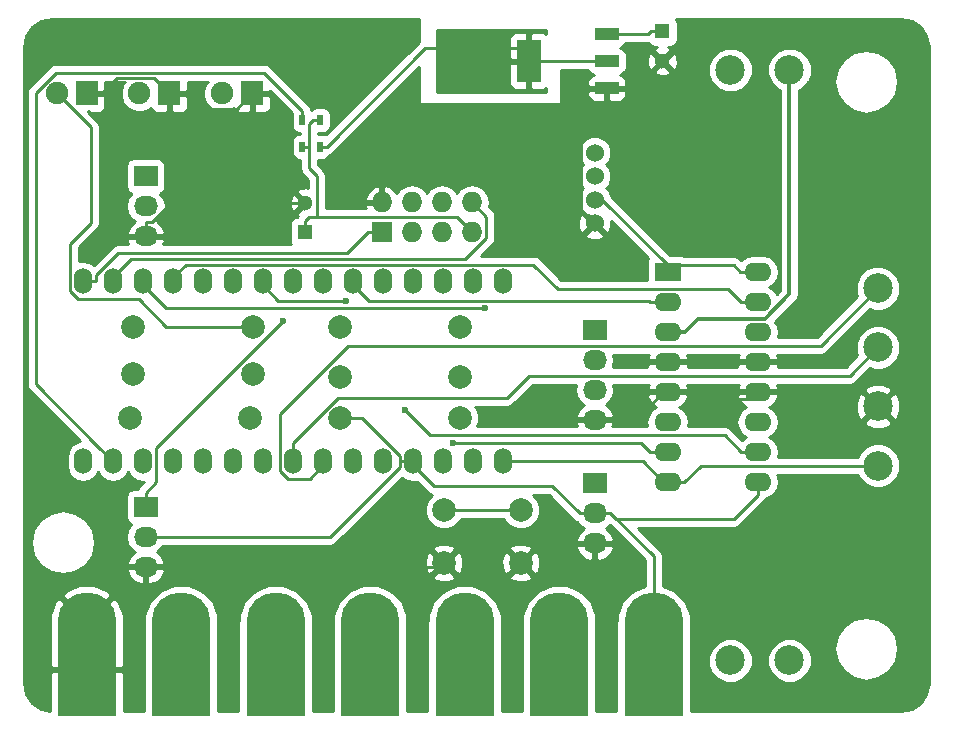
<source format=gtl>
G04 #@! TF.FileFunction,Copper,L1,Top,Signal*
%FSLAX46Y46*%
G04 Gerber Fmt 4.6, Leading zero omitted, Abs format (unit mm)*
G04 Created by KiCad (PCBNEW 4.0.3-stable) date 01/10/17 16:40:44*
%MOMM*%
%LPD*%
G01*
G04 APERTURE LIST*
%ADD10C,0.100000*%
%ADD11O,1.524000X2.199640*%
%ADD12O,1.524000X2.197100*%
%ADD13R,2.032000X1.727200*%
%ADD14O,2.032000X1.727200*%
%ADD15R,1.900000X2.000000*%
%ADD16C,1.900000*%
%ADD17C,5.000000*%
%ADD18R,5.000000X8.000000*%
%ADD19C,2.500000*%
%ADD20C,1.998980*%
%ADD21R,2.286000X1.574800*%
%ADD22O,2.286000X1.574800*%
%ADD23C,1.524000*%
%ADD24R,1.300000X1.300000*%
%ADD25C,1.300000*%
%ADD26R,0.500000X0.900000*%
%ADD27R,2.032000X3.657600*%
%ADD28R,2.032000X1.016000*%
%ADD29R,1.727200X1.727200*%
%ADD30O,1.727200X1.727200*%
%ADD31C,0.600000*%
%ADD32C,0.250000*%
%ADD33C,0.300000*%
%ADD34C,0.254000*%
G04 APERTURE END LIST*
D10*
D11*
X81260500Y-65910500D03*
X78720500Y-65910500D03*
X76180500Y-65910500D03*
X73640500Y-65910500D03*
X71100500Y-65910500D03*
X68560500Y-65910500D03*
X66020500Y-65910500D03*
X63480500Y-65910500D03*
X60940500Y-65910500D03*
X58400500Y-65910500D03*
X55860500Y-65910500D03*
X53320500Y-65910500D03*
X50780500Y-65910500D03*
X48240500Y-65910500D03*
X45700500Y-65910500D03*
X45700500Y-81150500D03*
X48240500Y-81150500D03*
X50780500Y-81150500D03*
X53320500Y-81150500D03*
D12*
X55860500Y-81150500D03*
X58400500Y-81150500D03*
X60940500Y-81150500D03*
X63480500Y-81150500D03*
X66020500Y-81150500D03*
X68560500Y-81150500D03*
X71100500Y-81150500D03*
X73640500Y-81150500D03*
X76180500Y-81150500D03*
X78720500Y-81150500D03*
X81260500Y-81150500D03*
D13*
X51000000Y-85000000D03*
D14*
X51000000Y-87540000D03*
X51000000Y-90080000D03*
D15*
X46000000Y-50000000D03*
D16*
X43460000Y-50000000D03*
D15*
X53000000Y-50000000D03*
D16*
X50460000Y-50000000D03*
D15*
X60000000Y-50000000D03*
D16*
X57460000Y-50000000D03*
D17*
X70000000Y-94750000D03*
D18*
X70000000Y-98750000D03*
D17*
X94000000Y-94750000D03*
D18*
X94000000Y-98750000D03*
D17*
X54000000Y-94750000D03*
D18*
X54000000Y-98750000D03*
D17*
X62000000Y-94750000D03*
D18*
X62000000Y-98750000D03*
D17*
X86000000Y-94750000D03*
D18*
X86000000Y-98750000D03*
D17*
X78000000Y-94750000D03*
D18*
X78000000Y-98750000D03*
D17*
X46000000Y-94750000D03*
D18*
X46000000Y-98750000D03*
D13*
X89000000Y-83000000D03*
D14*
X89000000Y-85540000D03*
X89000000Y-88080000D03*
D13*
X89000000Y-70000000D03*
D14*
X89000000Y-72540000D03*
X89000000Y-75080000D03*
X89000000Y-77620000D03*
D19*
X105500000Y-48000000D03*
X100500000Y-48000000D03*
X100500000Y-98000000D03*
X105500000Y-98000000D03*
D20*
X77580000Y-77500000D03*
X67420000Y-77500000D03*
X60080000Y-69750000D03*
X49920000Y-69750000D03*
X60080000Y-73750000D03*
X49920000Y-73750000D03*
X59830000Y-77500000D03*
X49670000Y-77500000D03*
X67420000Y-74000000D03*
X77580000Y-74000000D03*
X67420000Y-69750000D03*
X77580000Y-69750000D03*
X82751200Y-85249560D03*
X76248800Y-89750440D03*
X82751200Y-89750440D03*
X76248800Y-85249560D03*
D13*
X51000000Y-57000000D03*
D14*
X51000000Y-59540000D03*
X51000000Y-62080000D03*
D21*
X95190000Y-65110000D03*
D22*
X95190000Y-67650000D03*
X95190000Y-70190000D03*
X95190000Y-72730000D03*
X95190000Y-75270000D03*
X95190000Y-77810000D03*
X95190000Y-80350000D03*
X95190000Y-82890000D03*
X102810000Y-82890000D03*
X102810000Y-80350000D03*
X102810000Y-77810000D03*
X102810000Y-75270000D03*
X102810000Y-72730000D03*
X102810000Y-70190000D03*
X102810000Y-67650000D03*
X102810000Y-65110000D03*
D19*
X113000000Y-66500000D03*
X113000000Y-71500000D03*
X113000000Y-81500000D03*
X113000000Y-76500000D03*
D23*
X89000000Y-55000000D03*
X89000000Y-57000000D03*
X89000000Y-59000000D03*
X89000000Y-61000000D03*
D24*
X64500000Y-61750000D03*
D25*
X64500000Y-59250000D03*
D24*
X94750000Y-44750000D03*
D25*
X94750000Y-47250000D03*
D26*
X65750000Y-52250000D03*
X64250000Y-52250000D03*
X64250000Y-54500000D03*
X65750000Y-54500000D03*
D27*
X83448000Y-47250000D03*
D28*
X90052000Y-47250000D03*
X90052000Y-44964000D03*
X90052000Y-49536000D03*
D29*
X71000000Y-61750000D03*
D30*
X71000000Y-59210000D03*
X73540000Y-61750000D03*
X73540000Y-59210000D03*
X76080000Y-61750000D03*
X76080000Y-59210000D03*
X78620000Y-61750000D03*
X78620000Y-59210000D03*
D31*
X62622800Y-69286300D03*
X77009400Y-79601500D03*
X72917500Y-76765400D03*
X67990300Y-67538300D03*
X79739500Y-68191300D03*
D32*
X102810000Y-75270000D02*
X111770000Y-75270000D01*
X111770000Y-75270000D02*
X113000000Y-76500000D01*
X89000000Y-77620000D02*
X92484400Y-77620000D01*
X92484400Y-77620000D02*
X94834400Y-75270000D01*
X94834400Y-75270000D02*
X95190000Y-75270000D01*
X51000000Y-90080000D02*
X75919240Y-90080000D01*
X75919240Y-90080000D02*
X76248800Y-89750440D01*
X102810000Y-75270000D02*
X102810000Y-75826300D01*
X97214600Y-75826300D02*
X96658300Y-75270000D01*
X102810000Y-75826300D02*
X97214600Y-75826300D01*
X95654600Y-75270000D02*
X96658300Y-75270000D01*
X46000000Y-98750000D02*
X46000000Y-94750000D01*
X48550600Y-48724700D02*
X47275300Y-50000000D01*
X51724700Y-48724700D02*
X48550600Y-48724700D01*
X53000000Y-50000000D02*
X51724700Y-48724700D01*
X46000000Y-50000000D02*
X47275300Y-50000000D01*
X53000000Y-50000000D02*
X54275300Y-50000000D01*
X92464000Y-49536000D02*
X90052000Y-49536000D01*
X94750000Y-47250000D02*
X92464000Y-49536000D01*
X87895100Y-59895100D02*
X89000000Y-61000000D01*
X87895100Y-50351600D02*
X87895100Y-59895100D01*
X88710700Y-49536000D02*
X87895100Y-50351600D01*
X90052000Y-49536000D02*
X88710700Y-49536000D01*
X95654600Y-75270000D02*
X95190000Y-75270000D01*
X51000000Y-62080000D02*
X51000000Y-60891100D01*
X58724700Y-51275300D02*
X55550600Y-51275300D01*
X60000000Y-50000000D02*
X58724700Y-51275300D01*
X55550600Y-51275300D02*
X54275300Y-50000000D01*
X57940000Y-59250000D02*
X55550600Y-56860600D01*
X64500000Y-59250000D02*
X57940000Y-59250000D01*
X55550600Y-51275300D02*
X55550600Y-56860600D01*
X51520100Y-60891100D02*
X51000000Y-60891100D01*
X55550600Y-56860600D02*
X51520100Y-60891100D01*
X76248800Y-85249600D02*
X82751200Y-85249600D01*
X95190000Y-67650000D02*
X93721700Y-67650000D01*
X93721700Y-67650000D02*
X93629700Y-67558000D01*
X93629700Y-67558000D02*
X69870180Y-67558000D01*
X69870180Y-67558000D02*
X68560500Y-66248320D01*
X68560500Y-66248320D02*
X68560500Y-65910500D01*
X51891300Y-80017800D02*
X62622800Y-69286300D01*
X51891300Y-82919800D02*
X51891300Y-80017800D01*
X51000000Y-83811100D02*
X51891300Y-82919800D01*
X51000000Y-85000000D02*
X51000000Y-83811100D01*
X92973200Y-79601500D02*
X77009400Y-79601500D01*
X93721700Y-80350000D02*
X92973200Y-79601500D01*
X95190000Y-80350000D02*
X93721700Y-80350000D01*
X102810000Y-80350000D02*
X101417000Y-80350000D01*
X101417000Y-80350000D02*
X100007200Y-78940200D01*
X100007200Y-78940200D02*
X75092300Y-78940200D01*
X67990300Y-67538300D02*
X62230480Y-67538300D01*
X62230480Y-67538300D02*
X60940500Y-66248320D01*
X60940500Y-66248320D02*
X60940500Y-65910500D01*
X75092300Y-78940200D02*
X72917500Y-76765400D01*
X102810000Y-67650000D02*
X101417000Y-67650000D01*
X101417000Y-67650000D02*
X100304300Y-66537300D01*
X100304300Y-66537300D02*
X85874800Y-66537300D01*
X85874800Y-66537300D02*
X83818500Y-64481000D01*
X83818500Y-64481000D02*
X54412180Y-64481000D01*
X54412180Y-64481000D02*
X53320500Y-65572680D01*
X53320500Y-65572680D02*
X53320500Y-65910500D01*
X79739500Y-68191300D02*
X52723480Y-68191300D01*
X52723480Y-68191300D02*
X50780500Y-66248320D01*
X50780500Y-66248320D02*
X50780500Y-65910500D01*
X48240500Y-65910500D02*
X48240500Y-65572680D01*
X48240500Y-65572680D02*
X49782580Y-64030600D01*
X49782580Y-64030600D02*
X78041300Y-64030600D01*
X78041300Y-64030600D02*
X79833400Y-62238500D01*
X79833400Y-62238500D02*
X79833400Y-60423400D01*
X79833400Y-60423400D02*
X78620000Y-59210000D01*
X46787800Y-65366900D02*
X46787800Y-65910500D01*
X48661500Y-63493200D02*
X46787800Y-65366900D01*
X68067900Y-63493200D02*
X48661500Y-63493200D01*
X69811100Y-61750000D02*
X68067900Y-63493200D01*
X71000000Y-61750000D02*
X69811100Y-61750000D01*
X45700500Y-65910500D02*
X46787800Y-65910500D01*
X65475300Y-60474200D02*
X77344200Y-60474200D01*
X77344200Y-60474200D02*
X78620000Y-61750000D01*
X64250000Y-54500000D02*
X64825300Y-54500000D01*
X70000000Y-98750000D02*
X70000000Y-94750000D01*
X65750000Y-52250000D02*
X65174700Y-52250000D01*
X64825300Y-52599400D02*
X64825300Y-54500000D01*
X65174700Y-52250000D02*
X64825300Y-52599400D01*
X64500000Y-61750000D02*
X64500000Y-60774700D01*
X65475300Y-56975800D02*
X65475300Y-60474200D01*
X64825300Y-56325800D02*
X65475300Y-56975800D01*
X64825300Y-54500000D02*
X64825300Y-56325800D01*
X64800500Y-60474200D02*
X65475300Y-60474200D01*
X64500000Y-60774700D02*
X64800500Y-60474200D01*
X54000000Y-98750000D02*
X54000000Y-94750000D01*
X63480500Y-79560500D02*
X63480500Y-81150500D01*
X67291000Y-75750000D02*
X63480500Y-79560500D01*
X81594900Y-75750000D02*
X67291000Y-75750000D01*
X83454000Y-73890900D02*
X81594900Y-75750000D01*
X110609100Y-73890900D02*
X83454000Y-73890900D01*
X113000000Y-71500000D02*
X110609100Y-73890900D01*
X113000000Y-66500000D02*
X108149300Y-71350700D01*
X108149300Y-71350700D02*
X68163100Y-71350700D01*
X63048500Y-82617600D02*
X64889950Y-82617600D01*
X64889950Y-82617600D02*
X66020500Y-81487050D01*
X68163100Y-71350700D02*
X62385700Y-77128100D01*
X62385700Y-77128100D02*
X62385700Y-81954800D01*
X62385700Y-81954800D02*
X63048500Y-82617600D01*
X66020500Y-81487050D02*
X66020500Y-81150500D01*
X86000000Y-98750000D02*
X86000000Y-94750000D01*
X78000000Y-98750000D02*
X78000000Y-94750000D01*
X94000000Y-94750000D02*
X94000000Y-89198700D01*
X94000000Y-89198700D02*
X90341300Y-85540000D01*
X89000000Y-85540000D02*
X87734000Y-85540000D01*
X87734000Y-85540000D02*
X85428600Y-83234600D01*
X85428600Y-83234600D02*
X75388050Y-83234600D01*
X75388050Y-83234600D02*
X73640500Y-81487050D01*
X73640500Y-81487050D02*
X73640500Y-81150500D01*
X94000000Y-98750000D02*
X94000000Y-94750000D01*
X51000000Y-87540000D02*
X52341300Y-87540000D01*
X95190000Y-65110000D02*
X95190000Y-64553600D01*
X100785300Y-64553600D02*
X101341700Y-65110000D01*
X95190000Y-64553600D02*
X100785300Y-64553600D01*
X102810000Y-65110000D02*
X101341700Y-65110000D01*
X102810000Y-82890000D02*
X102810000Y-84002700D01*
X89636400Y-59000000D02*
X95190000Y-64553600D01*
X89000000Y-59000000D02*
X89636400Y-59000000D01*
X72553200Y-80728700D02*
X72553200Y-81150500D01*
X69324500Y-77500000D02*
X72553200Y-80728700D01*
X67420000Y-77500000D02*
X69324500Y-77500000D01*
X73640500Y-81150500D02*
X72553200Y-81150500D01*
X66594700Y-87540000D02*
X52341300Y-87540000D01*
X72553200Y-81581500D02*
X66594700Y-87540000D01*
X72553200Y-81150500D02*
X72553200Y-81581500D01*
X100781800Y-86030900D02*
X94000000Y-86030900D01*
X102810000Y-84002700D02*
X100781800Y-86030900D01*
X90832200Y-86030900D02*
X90341300Y-85540000D01*
X94000000Y-86030900D02*
X90832200Y-86030900D01*
X89000000Y-85540000D02*
X90341300Y-85540000D01*
X95190000Y-82890000D02*
X96583000Y-82890000D01*
X96583000Y-82890000D02*
X97973000Y-81500000D01*
X97973000Y-81500000D02*
X113000000Y-81500000D01*
X81260500Y-81150500D02*
X93094900Y-81150500D01*
X93094900Y-81150500D02*
X94834400Y-82890000D01*
X94834400Y-82890000D02*
X95190000Y-82890000D01*
X93560700Y-44964000D02*
X93774700Y-44750000D01*
X90052000Y-44964000D02*
X93560700Y-44964000D01*
X94750000Y-44750000D02*
X93774700Y-44750000D01*
X113000000Y-81500000D02*
X112722700Y-81777300D01*
D33*
X95190000Y-70190000D02*
X96633000Y-70190000D01*
X96633000Y-70190000D02*
X97770700Y-69052300D01*
X97770700Y-69052300D02*
X103429200Y-69052300D01*
X105500000Y-66981500D02*
X105500000Y-48000000D01*
X103429200Y-69052300D02*
X105500000Y-66981500D01*
D32*
X46331400Y-52871400D02*
X43460000Y-50000000D01*
X46331400Y-60974300D02*
X46331400Y-52871400D01*
X44597900Y-62707800D02*
X46331400Y-60974300D01*
X44597900Y-66709900D02*
X44597900Y-62707800D01*
X45307300Y-67419300D02*
X44597900Y-66709900D01*
X50413600Y-67419300D02*
X45307300Y-67419300D01*
X52744300Y-69750000D02*
X50413600Y-67419300D01*
X60080000Y-69750000D02*
X52744300Y-69750000D01*
X62000000Y-98750000D02*
X62000000Y-94750000D01*
X47000000Y-79910000D02*
X47153200Y-80063200D01*
X47000000Y-79910000D02*
X48240500Y-81150500D01*
X41671500Y-74581500D02*
X47000000Y-79910000D01*
X41671500Y-49960300D02*
X41671500Y-74581500D01*
X43404800Y-48227000D02*
X41671500Y-49960300D01*
X61002300Y-48227000D02*
X43404800Y-48227000D01*
X64250000Y-51474700D02*
X61002300Y-48227000D01*
X64250000Y-52250000D02*
X64250000Y-51474700D01*
X83448000Y-47250000D02*
X90052000Y-47250000D01*
X83448000Y-47250000D02*
X83448000Y-46172900D01*
X74652400Y-46172900D02*
X66325300Y-54500000D01*
X83448000Y-46172900D02*
X74652400Y-46172900D01*
X65750000Y-54500000D02*
X66325300Y-54500000D01*
D34*
G36*
X115871023Y-43897167D02*
X116609439Y-44390561D01*
X117102833Y-45128977D01*
X117290000Y-46069931D01*
X117290000Y-99930069D01*
X117102833Y-100871023D01*
X116609439Y-101609439D01*
X115871023Y-102102833D01*
X114930069Y-102290000D01*
X97147440Y-102290000D01*
X97147440Y-98373305D01*
X98614674Y-98373305D01*
X98901043Y-99066372D01*
X99430839Y-99597093D01*
X100123405Y-99884672D01*
X100873305Y-99885326D01*
X101566372Y-99598957D01*
X102097093Y-99069161D01*
X102384672Y-98376595D01*
X102384674Y-98373305D01*
X103614674Y-98373305D01*
X103901043Y-99066372D01*
X104430839Y-99597093D01*
X105123405Y-99884672D01*
X105873305Y-99885326D01*
X106566372Y-99598957D01*
X107097093Y-99069161D01*
X107384672Y-98376595D01*
X107385326Y-97626695D01*
X107126382Y-97000000D01*
X109290000Y-97000000D01*
X109496286Y-98037072D01*
X110083741Y-98916259D01*
X110962928Y-99503714D01*
X112000000Y-99710000D01*
X113037072Y-99503714D01*
X113916259Y-98916259D01*
X114503714Y-98037072D01*
X114710000Y-97000000D01*
X114503714Y-95962928D01*
X113916259Y-95083741D01*
X113037072Y-94496286D01*
X112000000Y-94290000D01*
X110962928Y-94496286D01*
X110083741Y-95083741D01*
X109496286Y-95962928D01*
X109290000Y-97000000D01*
X107126382Y-97000000D01*
X107098957Y-96933628D01*
X106569161Y-96402907D01*
X105876595Y-96115328D01*
X105126695Y-96114674D01*
X104433628Y-96401043D01*
X103902907Y-96930839D01*
X103615328Y-97623405D01*
X103614674Y-98373305D01*
X102384674Y-98373305D01*
X102385326Y-97626695D01*
X102098957Y-96933628D01*
X101569161Y-96402907D01*
X100876595Y-96115328D01*
X100126695Y-96114674D01*
X99433628Y-96401043D01*
X98902907Y-96930839D01*
X98615328Y-97623405D01*
X98614674Y-98373305D01*
X97147440Y-98373305D01*
X97147440Y-94750000D01*
X97135058Y-94684197D01*
X97135543Y-94129146D01*
X96659273Y-92976485D01*
X95778153Y-92093826D01*
X94760000Y-91671052D01*
X94760000Y-89198700D01*
X94702148Y-88907861D01*
X94537401Y-88661299D01*
X92667002Y-86790900D01*
X100781800Y-86790900D01*
X101072639Y-86733048D01*
X101319201Y-86568301D01*
X103347401Y-84540101D01*
X103512148Y-84293539D01*
X103521083Y-84248619D01*
X103744762Y-84204126D01*
X104206222Y-83895789D01*
X104514559Y-83434329D01*
X104622833Y-82890000D01*
X104514559Y-82345671D01*
X104457316Y-82260000D01*
X111274453Y-82260000D01*
X111401043Y-82566372D01*
X111930839Y-83097093D01*
X112623405Y-83384672D01*
X113373305Y-83385326D01*
X114066372Y-83098957D01*
X114597093Y-82569161D01*
X114884672Y-81876595D01*
X114885326Y-81126695D01*
X114598957Y-80433628D01*
X114069161Y-79902907D01*
X113376595Y-79615328D01*
X112626695Y-79614674D01*
X111933628Y-79901043D01*
X111402907Y-80430839D01*
X111274532Y-80740000D01*
X104545257Y-80740000D01*
X104622833Y-80350000D01*
X104514559Y-79805671D01*
X104206222Y-79344211D01*
X103810801Y-79080000D01*
X104206222Y-78815789D01*
X104514559Y-78354329D01*
X104618194Y-77833320D01*
X111846285Y-77833320D01*
X111975533Y-78126123D01*
X112675806Y-78394388D01*
X113425435Y-78374250D01*
X114024467Y-78126123D01*
X114153715Y-77833320D01*
X113000000Y-76679605D01*
X111846285Y-77833320D01*
X104618194Y-77833320D01*
X104622833Y-77810000D01*
X104514559Y-77265671D01*
X104206222Y-76804211D01*
X103811170Y-76540246D01*
X103827262Y-76535525D01*
X104261191Y-76185986D01*
X104266752Y-76175806D01*
X111105612Y-76175806D01*
X111125750Y-76925435D01*
X111373877Y-77524467D01*
X111666680Y-77653715D01*
X112820395Y-76500000D01*
X113179605Y-76500000D01*
X114333320Y-77653715D01*
X114626123Y-77524467D01*
X114894388Y-76824194D01*
X114874250Y-76074565D01*
X114626123Y-75475533D01*
X114333320Y-75346285D01*
X113179605Y-76500000D01*
X112820395Y-76500000D01*
X111666680Y-75346285D01*
X111373877Y-75475533D01*
X111105612Y-76175806D01*
X104266752Y-76175806D01*
X104528327Y-75696996D01*
X104545010Y-75617060D01*
X104422852Y-75397000D01*
X102937000Y-75397000D01*
X102937000Y-75417000D01*
X102683000Y-75417000D01*
X102683000Y-75397000D01*
X101197148Y-75397000D01*
X101074990Y-75617060D01*
X101091673Y-75696996D01*
X101358809Y-76185986D01*
X101792738Y-76535525D01*
X101808830Y-76540246D01*
X101413778Y-76804211D01*
X101105441Y-77265671D01*
X100997167Y-77810000D01*
X101105441Y-78354329D01*
X101413778Y-78815789D01*
X101809199Y-79080000D01*
X101457080Y-79315278D01*
X100544601Y-78402799D01*
X100298039Y-78238052D01*
X100007200Y-78180200D01*
X96929195Y-78180200D01*
X97002833Y-77810000D01*
X96894559Y-77265671D01*
X96586222Y-76804211D01*
X96191170Y-76540246D01*
X96207262Y-76535525D01*
X96641191Y-76185986D01*
X96908327Y-75696996D01*
X96925010Y-75617060D01*
X96802852Y-75397000D01*
X95317000Y-75397000D01*
X95317000Y-75417000D01*
X95063000Y-75417000D01*
X95063000Y-75397000D01*
X93577148Y-75397000D01*
X93454990Y-75617060D01*
X93471673Y-75696996D01*
X93738809Y-76185986D01*
X94172738Y-76535525D01*
X94188830Y-76540246D01*
X93793778Y-76804211D01*
X93485441Y-77265671D01*
X93377167Y-77810000D01*
X93450805Y-78180200D01*
X90515396Y-78180200D01*
X90604709Y-77994791D01*
X90607358Y-77979026D01*
X90486217Y-77747000D01*
X89127000Y-77747000D01*
X89127000Y-77767000D01*
X88873000Y-77767000D01*
X88873000Y-77747000D01*
X87513783Y-77747000D01*
X87392642Y-77979026D01*
X87395291Y-77994791D01*
X87484604Y-78180200D01*
X79067357Y-78180200D01*
X79214206Y-77826547D01*
X79214774Y-77176306D01*
X78966462Y-76575345D01*
X78901231Y-76510000D01*
X81594900Y-76510000D01*
X81885739Y-76452148D01*
X82132301Y-76287401D01*
X83768802Y-74650900D01*
X87402008Y-74650900D01*
X87316655Y-75080000D01*
X87430729Y-75653489D01*
X87755585Y-76139670D01*
X88065069Y-76346461D01*
X87649268Y-76717964D01*
X87395291Y-77245209D01*
X87392642Y-77260974D01*
X87513783Y-77493000D01*
X88873000Y-77493000D01*
X88873000Y-77473000D01*
X89127000Y-77473000D01*
X89127000Y-77493000D01*
X90486217Y-77493000D01*
X90607358Y-77260974D01*
X90604709Y-77245209D01*
X90350732Y-76717964D01*
X89934931Y-76346461D01*
X90244415Y-76139670D01*
X90569271Y-75653489D01*
X90666103Y-75166680D01*
X111846285Y-75166680D01*
X113000000Y-76320395D01*
X114153715Y-75166680D01*
X114024467Y-74873877D01*
X113324194Y-74605612D01*
X112574565Y-74625750D01*
X111975533Y-74873877D01*
X111846285Y-75166680D01*
X90666103Y-75166680D01*
X90683345Y-75080000D01*
X90597992Y-74650900D01*
X93576620Y-74650900D01*
X93471673Y-74843004D01*
X93454990Y-74922940D01*
X93577148Y-75143000D01*
X95063000Y-75143000D01*
X95063000Y-75123000D01*
X95317000Y-75123000D01*
X95317000Y-75143000D01*
X96802852Y-75143000D01*
X96925010Y-74922940D01*
X96908327Y-74843004D01*
X96803380Y-74650900D01*
X101196620Y-74650900D01*
X101091673Y-74843004D01*
X101074990Y-74922940D01*
X101197148Y-75143000D01*
X102683000Y-75143000D01*
X102683000Y-75123000D01*
X102937000Y-75123000D01*
X102937000Y-75143000D01*
X104422852Y-75143000D01*
X104545010Y-74922940D01*
X104528327Y-74843004D01*
X104423380Y-74650900D01*
X110609100Y-74650900D01*
X110899939Y-74593048D01*
X111146501Y-74428301D01*
X112317255Y-73257547D01*
X112623405Y-73384672D01*
X113373305Y-73385326D01*
X114066372Y-73098957D01*
X114597093Y-72569161D01*
X114884672Y-71876595D01*
X114885326Y-71126695D01*
X114598957Y-70433628D01*
X114069161Y-69902907D01*
X113376595Y-69615328D01*
X112626695Y-69614674D01*
X111933628Y-69901043D01*
X111402907Y-70430839D01*
X111115328Y-71123405D01*
X111114674Y-71873305D01*
X111242509Y-72182689D01*
X110294298Y-73130900D01*
X104533773Y-73130900D01*
X104545010Y-73077060D01*
X104422852Y-72857000D01*
X102937000Y-72857000D01*
X102937000Y-72877000D01*
X102683000Y-72877000D01*
X102683000Y-72857000D01*
X101197148Y-72857000D01*
X101074990Y-73077060D01*
X101086227Y-73130900D01*
X96913773Y-73130900D01*
X96925010Y-73077060D01*
X96802852Y-72857000D01*
X95317000Y-72857000D01*
X95317000Y-72877000D01*
X95063000Y-72877000D01*
X95063000Y-72857000D01*
X93577148Y-72857000D01*
X93454990Y-73077060D01*
X93466227Y-73130900D01*
X90557637Y-73130900D01*
X90569271Y-73113489D01*
X90683345Y-72540000D01*
X90597952Y-72110700D01*
X93576729Y-72110700D01*
X93471673Y-72303004D01*
X93454990Y-72382940D01*
X93577148Y-72603000D01*
X95063000Y-72603000D01*
X95063000Y-72583000D01*
X95317000Y-72583000D01*
X95317000Y-72603000D01*
X96802852Y-72603000D01*
X96925010Y-72382940D01*
X96908327Y-72303004D01*
X96803271Y-72110700D01*
X101196729Y-72110700D01*
X101091673Y-72303004D01*
X101074990Y-72382940D01*
X101197148Y-72603000D01*
X102683000Y-72603000D01*
X102683000Y-72583000D01*
X102937000Y-72583000D01*
X102937000Y-72603000D01*
X104422852Y-72603000D01*
X104545010Y-72382940D01*
X104528327Y-72303004D01*
X104423271Y-72110700D01*
X108149300Y-72110700D01*
X108440139Y-72052848D01*
X108686701Y-71888101D01*
X112317255Y-68257547D01*
X112623405Y-68384672D01*
X113373305Y-68385326D01*
X114066372Y-68098957D01*
X114597093Y-67569161D01*
X114884672Y-66876595D01*
X114885326Y-66126695D01*
X114598957Y-65433628D01*
X114069161Y-64902907D01*
X113376595Y-64615328D01*
X112626695Y-64614674D01*
X111933628Y-64901043D01*
X111402907Y-65430839D01*
X111115328Y-66123405D01*
X111114674Y-66873305D01*
X111242509Y-67182689D01*
X107834498Y-70590700D01*
X104543129Y-70590700D01*
X104622833Y-70190000D01*
X104514559Y-69645671D01*
X104286821Y-69304837D01*
X106055079Y-67536579D01*
X106225245Y-67281906D01*
X106285000Y-66981500D01*
X106285000Y-49715217D01*
X106566372Y-49598957D01*
X107097093Y-49069161D01*
X107125811Y-49000000D01*
X109290000Y-49000000D01*
X109496286Y-50037072D01*
X110083741Y-50916259D01*
X110962928Y-51503714D01*
X112000000Y-51710000D01*
X113037072Y-51503714D01*
X113916259Y-50916259D01*
X114503714Y-50037072D01*
X114710000Y-49000000D01*
X114503714Y-47962928D01*
X113916259Y-47083741D01*
X113037072Y-46496286D01*
X112000000Y-46290000D01*
X110962928Y-46496286D01*
X110083741Y-47083741D01*
X109496286Y-47962928D01*
X109290000Y-49000000D01*
X107125811Y-49000000D01*
X107384672Y-48376595D01*
X107385326Y-47626695D01*
X107098957Y-46933628D01*
X106569161Y-46402907D01*
X105876595Y-46115328D01*
X105126695Y-46114674D01*
X104433628Y-46401043D01*
X103902907Y-46930839D01*
X103615328Y-47623405D01*
X103614674Y-48373305D01*
X103901043Y-49066372D01*
X104430839Y-49597093D01*
X104715000Y-49715087D01*
X104715000Y-66656342D01*
X104414869Y-66956473D01*
X104206222Y-66644211D01*
X103810801Y-66380000D01*
X104206222Y-66115789D01*
X104514559Y-65654329D01*
X104622833Y-65110000D01*
X104514559Y-64565671D01*
X104206222Y-64104211D01*
X103744762Y-63795874D01*
X103200433Y-63687600D01*
X102419567Y-63687600D01*
X101875238Y-63795874D01*
X101413778Y-64104211D01*
X101412550Y-64106048D01*
X101322701Y-64016199D01*
X101076139Y-63851452D01*
X100785300Y-63793600D01*
X96683579Y-63793600D01*
X96584890Y-63726169D01*
X96333000Y-63675160D01*
X95386362Y-63675160D01*
X90370979Y-58659777D01*
X90185010Y-58209697D01*
X89975658Y-57999979D01*
X90183629Y-57792370D01*
X90396757Y-57279100D01*
X90397242Y-56723339D01*
X90185010Y-56209697D01*
X89975658Y-55999979D01*
X90183629Y-55792370D01*
X90396757Y-55279100D01*
X90397242Y-54723339D01*
X90185010Y-54209697D01*
X89792370Y-53816371D01*
X89279100Y-53603243D01*
X88723339Y-53602758D01*
X88209697Y-53814990D01*
X87816371Y-54207630D01*
X87603243Y-54720900D01*
X87602758Y-55276661D01*
X87814990Y-55790303D01*
X88024342Y-56000021D01*
X87816371Y-56207630D01*
X87603243Y-56720900D01*
X87602758Y-57276661D01*
X87814990Y-57790303D01*
X88024342Y-58000021D01*
X87816371Y-58207630D01*
X87603243Y-58720900D01*
X87602758Y-59276661D01*
X87814990Y-59790303D01*
X88207630Y-60183629D01*
X88473727Y-60294122D01*
X89000000Y-60820395D01*
X89014143Y-60806253D01*
X89193748Y-60985858D01*
X89179605Y-61000000D01*
X89980213Y-61800608D01*
X90222397Y-61731143D01*
X90409144Y-61207698D01*
X90390168Y-60828570D01*
X93524340Y-63962742D01*
X93450569Y-64070710D01*
X93399560Y-64322600D01*
X93399560Y-65777300D01*
X86189602Y-65777300D01*
X84355901Y-63943599D01*
X84109339Y-63778852D01*
X83818500Y-63721000D01*
X79425702Y-63721000D01*
X80370801Y-62775901D01*
X80535548Y-62529339D01*
X80593400Y-62238500D01*
X80593400Y-61980213D01*
X88199392Y-61980213D01*
X88268857Y-62222397D01*
X88792302Y-62409144D01*
X89347368Y-62381362D01*
X89731143Y-62222397D01*
X89800608Y-61980213D01*
X89000000Y-61179605D01*
X88199392Y-61980213D01*
X80593400Y-61980213D01*
X80593400Y-60792302D01*
X87590856Y-60792302D01*
X87618638Y-61347368D01*
X87777603Y-61731143D01*
X88019787Y-61800608D01*
X88820395Y-61000000D01*
X88019787Y-60199392D01*
X87777603Y-60268857D01*
X87590856Y-60792302D01*
X80593400Y-60792302D01*
X80593400Y-60423400D01*
X80535548Y-60132561D01*
X80370801Y-59885999D01*
X80053158Y-59568356D01*
X80118600Y-59239359D01*
X80118600Y-59180641D01*
X80004526Y-58607152D01*
X79679670Y-58120971D01*
X79193489Y-57796115D01*
X78620000Y-57682041D01*
X78046511Y-57796115D01*
X77560330Y-58120971D01*
X77350000Y-58435752D01*
X77139670Y-58120971D01*
X76653489Y-57796115D01*
X76080000Y-57682041D01*
X75506511Y-57796115D01*
X75020330Y-58120971D01*
X74810000Y-58435752D01*
X74599670Y-58120971D01*
X74113489Y-57796115D01*
X73540000Y-57682041D01*
X72966511Y-57796115D01*
X72480330Y-58120971D01*
X72264336Y-58444228D01*
X72206821Y-58321510D01*
X71774947Y-57927312D01*
X71359026Y-57755042D01*
X71127000Y-57876183D01*
X71127000Y-59083000D01*
X71147000Y-59083000D01*
X71147000Y-59337000D01*
X71127000Y-59337000D01*
X71127000Y-59357000D01*
X70873000Y-59357000D01*
X70873000Y-59337000D01*
X69665531Y-59337000D01*
X69545032Y-59569027D01*
X69613071Y-59714200D01*
X66235300Y-59714200D01*
X66235300Y-58850973D01*
X69545032Y-58850973D01*
X69665531Y-59083000D01*
X70873000Y-59083000D01*
X70873000Y-57876183D01*
X70640974Y-57755042D01*
X70225053Y-57927312D01*
X69793179Y-58321510D01*
X69545032Y-58850973D01*
X66235300Y-58850973D01*
X66235300Y-56975800D01*
X66177448Y-56684961D01*
X66012701Y-56438399D01*
X65585300Y-56010998D01*
X65585300Y-55597440D01*
X66000000Y-55597440D01*
X66235317Y-55553162D01*
X66451441Y-55414090D01*
X66593127Y-55206725D01*
X66616139Y-55202148D01*
X66862701Y-55037401D01*
X74123000Y-47777102D01*
X74123000Y-50750000D01*
X74133006Y-50799410D01*
X74161447Y-50841035D01*
X74203841Y-50868315D01*
X74250000Y-50877000D01*
X86000000Y-50877000D01*
X86049410Y-50866994D01*
X86091035Y-50838553D01*
X86118315Y-50796159D01*
X86127000Y-50750000D01*
X86127000Y-49821750D01*
X88401000Y-49821750D01*
X88401000Y-50170309D01*
X88497673Y-50403698D01*
X88676301Y-50582327D01*
X88909690Y-50679000D01*
X89766250Y-50679000D01*
X89925000Y-50520250D01*
X89925000Y-49663000D01*
X90179000Y-49663000D01*
X90179000Y-50520250D01*
X90337750Y-50679000D01*
X91194310Y-50679000D01*
X91427699Y-50582327D01*
X91606327Y-50403698D01*
X91703000Y-50170309D01*
X91703000Y-49821750D01*
X91544250Y-49663000D01*
X90179000Y-49663000D01*
X89925000Y-49663000D01*
X88559750Y-49663000D01*
X88401000Y-49821750D01*
X86127000Y-49821750D01*
X86127000Y-48010000D01*
X88443573Y-48010000D01*
X88571910Y-48209441D01*
X88784110Y-48354431D01*
X88974569Y-48393000D01*
X88909690Y-48393000D01*
X88676301Y-48489673D01*
X88497673Y-48668302D01*
X88401000Y-48901691D01*
X88401000Y-49250250D01*
X88559750Y-49409000D01*
X89925000Y-49409000D01*
X89925000Y-49389000D01*
X90179000Y-49389000D01*
X90179000Y-49409000D01*
X91544250Y-49409000D01*
X91703000Y-49250250D01*
X91703000Y-48901691D01*
X91606327Y-48668302D01*
X91427699Y-48489673D01*
X91194310Y-48393000D01*
X91134113Y-48393000D01*
X91303317Y-48361162D01*
X91519441Y-48222090D01*
X91569370Y-48149016D01*
X94030590Y-48149016D01*
X94086271Y-48379611D01*
X94569078Y-48547622D01*
X95079428Y-48518083D01*
X95413729Y-48379611D01*
X95415251Y-48373305D01*
X98614674Y-48373305D01*
X98901043Y-49066372D01*
X99430839Y-49597093D01*
X100123405Y-49884672D01*
X100873305Y-49885326D01*
X101566372Y-49598957D01*
X102097093Y-49069161D01*
X102384672Y-48376595D01*
X102385326Y-47626695D01*
X102098957Y-46933628D01*
X101569161Y-46402907D01*
X100876595Y-46115328D01*
X100126695Y-46114674D01*
X99433628Y-46401043D01*
X98902907Y-46930839D01*
X98615328Y-47623405D01*
X98614674Y-48373305D01*
X95415251Y-48373305D01*
X95469410Y-48149016D01*
X94750000Y-47429605D01*
X94030590Y-48149016D01*
X91569370Y-48149016D01*
X91664431Y-48009890D01*
X91715440Y-47758000D01*
X91715440Y-47069078D01*
X93452378Y-47069078D01*
X93481917Y-47579428D01*
X93620389Y-47913729D01*
X93850984Y-47969410D01*
X94570395Y-47250000D01*
X94929605Y-47250000D01*
X95649016Y-47969410D01*
X95879611Y-47913729D01*
X96047622Y-47430922D01*
X96018083Y-46920572D01*
X95879611Y-46586271D01*
X95649016Y-46530590D01*
X94929605Y-47250000D01*
X94570395Y-47250000D01*
X93850984Y-46530590D01*
X93620389Y-46586271D01*
X93452378Y-47069078D01*
X91715440Y-47069078D01*
X91715440Y-46742000D01*
X91671162Y-46506683D01*
X91532090Y-46290559D01*
X91319890Y-46145569D01*
X91131686Y-46107457D01*
X91303317Y-46075162D01*
X91519441Y-45936090D01*
X91664356Y-45724000D01*
X93553904Y-45724000D01*
X93635910Y-45851441D01*
X93848110Y-45996431D01*
X94100000Y-46047440D01*
X94262385Y-46047440D01*
X94086271Y-46120389D01*
X94030590Y-46350984D01*
X94750000Y-47070395D01*
X95469410Y-46350984D01*
X95413729Y-46120389D01*
X95204098Y-46047440D01*
X95400000Y-46047440D01*
X95635317Y-46003162D01*
X95851441Y-45864090D01*
X95996431Y-45651890D01*
X96047440Y-45400000D01*
X96047440Y-44100000D01*
X96003162Y-43864683D01*
X95903626Y-43710000D01*
X114930069Y-43710000D01*
X115871023Y-43897167D01*
X115871023Y-43897167D01*
G37*
X115871023Y-43897167D02*
X116609439Y-44390561D01*
X117102833Y-45128977D01*
X117290000Y-46069931D01*
X117290000Y-99930069D01*
X117102833Y-100871023D01*
X116609439Y-101609439D01*
X115871023Y-102102833D01*
X114930069Y-102290000D01*
X97147440Y-102290000D01*
X97147440Y-98373305D01*
X98614674Y-98373305D01*
X98901043Y-99066372D01*
X99430839Y-99597093D01*
X100123405Y-99884672D01*
X100873305Y-99885326D01*
X101566372Y-99598957D01*
X102097093Y-99069161D01*
X102384672Y-98376595D01*
X102384674Y-98373305D01*
X103614674Y-98373305D01*
X103901043Y-99066372D01*
X104430839Y-99597093D01*
X105123405Y-99884672D01*
X105873305Y-99885326D01*
X106566372Y-99598957D01*
X107097093Y-99069161D01*
X107384672Y-98376595D01*
X107385326Y-97626695D01*
X107126382Y-97000000D01*
X109290000Y-97000000D01*
X109496286Y-98037072D01*
X110083741Y-98916259D01*
X110962928Y-99503714D01*
X112000000Y-99710000D01*
X113037072Y-99503714D01*
X113916259Y-98916259D01*
X114503714Y-98037072D01*
X114710000Y-97000000D01*
X114503714Y-95962928D01*
X113916259Y-95083741D01*
X113037072Y-94496286D01*
X112000000Y-94290000D01*
X110962928Y-94496286D01*
X110083741Y-95083741D01*
X109496286Y-95962928D01*
X109290000Y-97000000D01*
X107126382Y-97000000D01*
X107098957Y-96933628D01*
X106569161Y-96402907D01*
X105876595Y-96115328D01*
X105126695Y-96114674D01*
X104433628Y-96401043D01*
X103902907Y-96930839D01*
X103615328Y-97623405D01*
X103614674Y-98373305D01*
X102384674Y-98373305D01*
X102385326Y-97626695D01*
X102098957Y-96933628D01*
X101569161Y-96402907D01*
X100876595Y-96115328D01*
X100126695Y-96114674D01*
X99433628Y-96401043D01*
X98902907Y-96930839D01*
X98615328Y-97623405D01*
X98614674Y-98373305D01*
X97147440Y-98373305D01*
X97147440Y-94750000D01*
X97135058Y-94684197D01*
X97135543Y-94129146D01*
X96659273Y-92976485D01*
X95778153Y-92093826D01*
X94760000Y-91671052D01*
X94760000Y-89198700D01*
X94702148Y-88907861D01*
X94537401Y-88661299D01*
X92667002Y-86790900D01*
X100781800Y-86790900D01*
X101072639Y-86733048D01*
X101319201Y-86568301D01*
X103347401Y-84540101D01*
X103512148Y-84293539D01*
X103521083Y-84248619D01*
X103744762Y-84204126D01*
X104206222Y-83895789D01*
X104514559Y-83434329D01*
X104622833Y-82890000D01*
X104514559Y-82345671D01*
X104457316Y-82260000D01*
X111274453Y-82260000D01*
X111401043Y-82566372D01*
X111930839Y-83097093D01*
X112623405Y-83384672D01*
X113373305Y-83385326D01*
X114066372Y-83098957D01*
X114597093Y-82569161D01*
X114884672Y-81876595D01*
X114885326Y-81126695D01*
X114598957Y-80433628D01*
X114069161Y-79902907D01*
X113376595Y-79615328D01*
X112626695Y-79614674D01*
X111933628Y-79901043D01*
X111402907Y-80430839D01*
X111274532Y-80740000D01*
X104545257Y-80740000D01*
X104622833Y-80350000D01*
X104514559Y-79805671D01*
X104206222Y-79344211D01*
X103810801Y-79080000D01*
X104206222Y-78815789D01*
X104514559Y-78354329D01*
X104618194Y-77833320D01*
X111846285Y-77833320D01*
X111975533Y-78126123D01*
X112675806Y-78394388D01*
X113425435Y-78374250D01*
X114024467Y-78126123D01*
X114153715Y-77833320D01*
X113000000Y-76679605D01*
X111846285Y-77833320D01*
X104618194Y-77833320D01*
X104622833Y-77810000D01*
X104514559Y-77265671D01*
X104206222Y-76804211D01*
X103811170Y-76540246D01*
X103827262Y-76535525D01*
X104261191Y-76185986D01*
X104266752Y-76175806D01*
X111105612Y-76175806D01*
X111125750Y-76925435D01*
X111373877Y-77524467D01*
X111666680Y-77653715D01*
X112820395Y-76500000D01*
X113179605Y-76500000D01*
X114333320Y-77653715D01*
X114626123Y-77524467D01*
X114894388Y-76824194D01*
X114874250Y-76074565D01*
X114626123Y-75475533D01*
X114333320Y-75346285D01*
X113179605Y-76500000D01*
X112820395Y-76500000D01*
X111666680Y-75346285D01*
X111373877Y-75475533D01*
X111105612Y-76175806D01*
X104266752Y-76175806D01*
X104528327Y-75696996D01*
X104545010Y-75617060D01*
X104422852Y-75397000D01*
X102937000Y-75397000D01*
X102937000Y-75417000D01*
X102683000Y-75417000D01*
X102683000Y-75397000D01*
X101197148Y-75397000D01*
X101074990Y-75617060D01*
X101091673Y-75696996D01*
X101358809Y-76185986D01*
X101792738Y-76535525D01*
X101808830Y-76540246D01*
X101413778Y-76804211D01*
X101105441Y-77265671D01*
X100997167Y-77810000D01*
X101105441Y-78354329D01*
X101413778Y-78815789D01*
X101809199Y-79080000D01*
X101457080Y-79315278D01*
X100544601Y-78402799D01*
X100298039Y-78238052D01*
X100007200Y-78180200D01*
X96929195Y-78180200D01*
X97002833Y-77810000D01*
X96894559Y-77265671D01*
X96586222Y-76804211D01*
X96191170Y-76540246D01*
X96207262Y-76535525D01*
X96641191Y-76185986D01*
X96908327Y-75696996D01*
X96925010Y-75617060D01*
X96802852Y-75397000D01*
X95317000Y-75397000D01*
X95317000Y-75417000D01*
X95063000Y-75417000D01*
X95063000Y-75397000D01*
X93577148Y-75397000D01*
X93454990Y-75617060D01*
X93471673Y-75696996D01*
X93738809Y-76185986D01*
X94172738Y-76535525D01*
X94188830Y-76540246D01*
X93793778Y-76804211D01*
X93485441Y-77265671D01*
X93377167Y-77810000D01*
X93450805Y-78180200D01*
X90515396Y-78180200D01*
X90604709Y-77994791D01*
X90607358Y-77979026D01*
X90486217Y-77747000D01*
X89127000Y-77747000D01*
X89127000Y-77767000D01*
X88873000Y-77767000D01*
X88873000Y-77747000D01*
X87513783Y-77747000D01*
X87392642Y-77979026D01*
X87395291Y-77994791D01*
X87484604Y-78180200D01*
X79067357Y-78180200D01*
X79214206Y-77826547D01*
X79214774Y-77176306D01*
X78966462Y-76575345D01*
X78901231Y-76510000D01*
X81594900Y-76510000D01*
X81885739Y-76452148D01*
X82132301Y-76287401D01*
X83768802Y-74650900D01*
X87402008Y-74650900D01*
X87316655Y-75080000D01*
X87430729Y-75653489D01*
X87755585Y-76139670D01*
X88065069Y-76346461D01*
X87649268Y-76717964D01*
X87395291Y-77245209D01*
X87392642Y-77260974D01*
X87513783Y-77493000D01*
X88873000Y-77493000D01*
X88873000Y-77473000D01*
X89127000Y-77473000D01*
X89127000Y-77493000D01*
X90486217Y-77493000D01*
X90607358Y-77260974D01*
X90604709Y-77245209D01*
X90350732Y-76717964D01*
X89934931Y-76346461D01*
X90244415Y-76139670D01*
X90569271Y-75653489D01*
X90666103Y-75166680D01*
X111846285Y-75166680D01*
X113000000Y-76320395D01*
X114153715Y-75166680D01*
X114024467Y-74873877D01*
X113324194Y-74605612D01*
X112574565Y-74625750D01*
X111975533Y-74873877D01*
X111846285Y-75166680D01*
X90666103Y-75166680D01*
X90683345Y-75080000D01*
X90597992Y-74650900D01*
X93576620Y-74650900D01*
X93471673Y-74843004D01*
X93454990Y-74922940D01*
X93577148Y-75143000D01*
X95063000Y-75143000D01*
X95063000Y-75123000D01*
X95317000Y-75123000D01*
X95317000Y-75143000D01*
X96802852Y-75143000D01*
X96925010Y-74922940D01*
X96908327Y-74843004D01*
X96803380Y-74650900D01*
X101196620Y-74650900D01*
X101091673Y-74843004D01*
X101074990Y-74922940D01*
X101197148Y-75143000D01*
X102683000Y-75143000D01*
X102683000Y-75123000D01*
X102937000Y-75123000D01*
X102937000Y-75143000D01*
X104422852Y-75143000D01*
X104545010Y-74922940D01*
X104528327Y-74843004D01*
X104423380Y-74650900D01*
X110609100Y-74650900D01*
X110899939Y-74593048D01*
X111146501Y-74428301D01*
X112317255Y-73257547D01*
X112623405Y-73384672D01*
X113373305Y-73385326D01*
X114066372Y-73098957D01*
X114597093Y-72569161D01*
X114884672Y-71876595D01*
X114885326Y-71126695D01*
X114598957Y-70433628D01*
X114069161Y-69902907D01*
X113376595Y-69615328D01*
X112626695Y-69614674D01*
X111933628Y-69901043D01*
X111402907Y-70430839D01*
X111115328Y-71123405D01*
X111114674Y-71873305D01*
X111242509Y-72182689D01*
X110294298Y-73130900D01*
X104533773Y-73130900D01*
X104545010Y-73077060D01*
X104422852Y-72857000D01*
X102937000Y-72857000D01*
X102937000Y-72877000D01*
X102683000Y-72877000D01*
X102683000Y-72857000D01*
X101197148Y-72857000D01*
X101074990Y-73077060D01*
X101086227Y-73130900D01*
X96913773Y-73130900D01*
X96925010Y-73077060D01*
X96802852Y-72857000D01*
X95317000Y-72857000D01*
X95317000Y-72877000D01*
X95063000Y-72877000D01*
X95063000Y-72857000D01*
X93577148Y-72857000D01*
X93454990Y-73077060D01*
X93466227Y-73130900D01*
X90557637Y-73130900D01*
X90569271Y-73113489D01*
X90683345Y-72540000D01*
X90597952Y-72110700D01*
X93576729Y-72110700D01*
X93471673Y-72303004D01*
X93454990Y-72382940D01*
X93577148Y-72603000D01*
X95063000Y-72603000D01*
X95063000Y-72583000D01*
X95317000Y-72583000D01*
X95317000Y-72603000D01*
X96802852Y-72603000D01*
X96925010Y-72382940D01*
X96908327Y-72303004D01*
X96803271Y-72110700D01*
X101196729Y-72110700D01*
X101091673Y-72303004D01*
X101074990Y-72382940D01*
X101197148Y-72603000D01*
X102683000Y-72603000D01*
X102683000Y-72583000D01*
X102937000Y-72583000D01*
X102937000Y-72603000D01*
X104422852Y-72603000D01*
X104545010Y-72382940D01*
X104528327Y-72303004D01*
X104423271Y-72110700D01*
X108149300Y-72110700D01*
X108440139Y-72052848D01*
X108686701Y-71888101D01*
X112317255Y-68257547D01*
X112623405Y-68384672D01*
X113373305Y-68385326D01*
X114066372Y-68098957D01*
X114597093Y-67569161D01*
X114884672Y-66876595D01*
X114885326Y-66126695D01*
X114598957Y-65433628D01*
X114069161Y-64902907D01*
X113376595Y-64615328D01*
X112626695Y-64614674D01*
X111933628Y-64901043D01*
X111402907Y-65430839D01*
X111115328Y-66123405D01*
X111114674Y-66873305D01*
X111242509Y-67182689D01*
X107834498Y-70590700D01*
X104543129Y-70590700D01*
X104622833Y-70190000D01*
X104514559Y-69645671D01*
X104286821Y-69304837D01*
X106055079Y-67536579D01*
X106225245Y-67281906D01*
X106285000Y-66981500D01*
X106285000Y-49715217D01*
X106566372Y-49598957D01*
X107097093Y-49069161D01*
X107125811Y-49000000D01*
X109290000Y-49000000D01*
X109496286Y-50037072D01*
X110083741Y-50916259D01*
X110962928Y-51503714D01*
X112000000Y-51710000D01*
X113037072Y-51503714D01*
X113916259Y-50916259D01*
X114503714Y-50037072D01*
X114710000Y-49000000D01*
X114503714Y-47962928D01*
X113916259Y-47083741D01*
X113037072Y-46496286D01*
X112000000Y-46290000D01*
X110962928Y-46496286D01*
X110083741Y-47083741D01*
X109496286Y-47962928D01*
X109290000Y-49000000D01*
X107125811Y-49000000D01*
X107384672Y-48376595D01*
X107385326Y-47626695D01*
X107098957Y-46933628D01*
X106569161Y-46402907D01*
X105876595Y-46115328D01*
X105126695Y-46114674D01*
X104433628Y-46401043D01*
X103902907Y-46930839D01*
X103615328Y-47623405D01*
X103614674Y-48373305D01*
X103901043Y-49066372D01*
X104430839Y-49597093D01*
X104715000Y-49715087D01*
X104715000Y-66656342D01*
X104414869Y-66956473D01*
X104206222Y-66644211D01*
X103810801Y-66380000D01*
X104206222Y-66115789D01*
X104514559Y-65654329D01*
X104622833Y-65110000D01*
X104514559Y-64565671D01*
X104206222Y-64104211D01*
X103744762Y-63795874D01*
X103200433Y-63687600D01*
X102419567Y-63687600D01*
X101875238Y-63795874D01*
X101413778Y-64104211D01*
X101412550Y-64106048D01*
X101322701Y-64016199D01*
X101076139Y-63851452D01*
X100785300Y-63793600D01*
X96683579Y-63793600D01*
X96584890Y-63726169D01*
X96333000Y-63675160D01*
X95386362Y-63675160D01*
X90370979Y-58659777D01*
X90185010Y-58209697D01*
X89975658Y-57999979D01*
X90183629Y-57792370D01*
X90396757Y-57279100D01*
X90397242Y-56723339D01*
X90185010Y-56209697D01*
X89975658Y-55999979D01*
X90183629Y-55792370D01*
X90396757Y-55279100D01*
X90397242Y-54723339D01*
X90185010Y-54209697D01*
X89792370Y-53816371D01*
X89279100Y-53603243D01*
X88723339Y-53602758D01*
X88209697Y-53814990D01*
X87816371Y-54207630D01*
X87603243Y-54720900D01*
X87602758Y-55276661D01*
X87814990Y-55790303D01*
X88024342Y-56000021D01*
X87816371Y-56207630D01*
X87603243Y-56720900D01*
X87602758Y-57276661D01*
X87814990Y-57790303D01*
X88024342Y-58000021D01*
X87816371Y-58207630D01*
X87603243Y-58720900D01*
X87602758Y-59276661D01*
X87814990Y-59790303D01*
X88207630Y-60183629D01*
X88473727Y-60294122D01*
X89000000Y-60820395D01*
X89014143Y-60806253D01*
X89193748Y-60985858D01*
X89179605Y-61000000D01*
X89980213Y-61800608D01*
X90222397Y-61731143D01*
X90409144Y-61207698D01*
X90390168Y-60828570D01*
X93524340Y-63962742D01*
X93450569Y-64070710D01*
X93399560Y-64322600D01*
X93399560Y-65777300D01*
X86189602Y-65777300D01*
X84355901Y-63943599D01*
X84109339Y-63778852D01*
X83818500Y-63721000D01*
X79425702Y-63721000D01*
X80370801Y-62775901D01*
X80535548Y-62529339D01*
X80593400Y-62238500D01*
X80593400Y-61980213D01*
X88199392Y-61980213D01*
X88268857Y-62222397D01*
X88792302Y-62409144D01*
X89347368Y-62381362D01*
X89731143Y-62222397D01*
X89800608Y-61980213D01*
X89000000Y-61179605D01*
X88199392Y-61980213D01*
X80593400Y-61980213D01*
X80593400Y-60792302D01*
X87590856Y-60792302D01*
X87618638Y-61347368D01*
X87777603Y-61731143D01*
X88019787Y-61800608D01*
X88820395Y-61000000D01*
X88019787Y-60199392D01*
X87777603Y-60268857D01*
X87590856Y-60792302D01*
X80593400Y-60792302D01*
X80593400Y-60423400D01*
X80535548Y-60132561D01*
X80370801Y-59885999D01*
X80053158Y-59568356D01*
X80118600Y-59239359D01*
X80118600Y-59180641D01*
X80004526Y-58607152D01*
X79679670Y-58120971D01*
X79193489Y-57796115D01*
X78620000Y-57682041D01*
X78046511Y-57796115D01*
X77560330Y-58120971D01*
X77350000Y-58435752D01*
X77139670Y-58120971D01*
X76653489Y-57796115D01*
X76080000Y-57682041D01*
X75506511Y-57796115D01*
X75020330Y-58120971D01*
X74810000Y-58435752D01*
X74599670Y-58120971D01*
X74113489Y-57796115D01*
X73540000Y-57682041D01*
X72966511Y-57796115D01*
X72480330Y-58120971D01*
X72264336Y-58444228D01*
X72206821Y-58321510D01*
X71774947Y-57927312D01*
X71359026Y-57755042D01*
X71127000Y-57876183D01*
X71127000Y-59083000D01*
X71147000Y-59083000D01*
X71147000Y-59337000D01*
X71127000Y-59337000D01*
X71127000Y-59357000D01*
X70873000Y-59357000D01*
X70873000Y-59337000D01*
X69665531Y-59337000D01*
X69545032Y-59569027D01*
X69613071Y-59714200D01*
X66235300Y-59714200D01*
X66235300Y-58850973D01*
X69545032Y-58850973D01*
X69665531Y-59083000D01*
X70873000Y-59083000D01*
X70873000Y-57876183D01*
X70640974Y-57755042D01*
X70225053Y-57927312D01*
X69793179Y-58321510D01*
X69545032Y-58850973D01*
X66235300Y-58850973D01*
X66235300Y-56975800D01*
X66177448Y-56684961D01*
X66012701Y-56438399D01*
X65585300Y-56010998D01*
X65585300Y-55597440D01*
X66000000Y-55597440D01*
X66235317Y-55553162D01*
X66451441Y-55414090D01*
X66593127Y-55206725D01*
X66616139Y-55202148D01*
X66862701Y-55037401D01*
X74123000Y-47777102D01*
X74123000Y-50750000D01*
X74133006Y-50799410D01*
X74161447Y-50841035D01*
X74203841Y-50868315D01*
X74250000Y-50877000D01*
X86000000Y-50877000D01*
X86049410Y-50866994D01*
X86091035Y-50838553D01*
X86118315Y-50796159D01*
X86127000Y-50750000D01*
X86127000Y-49821750D01*
X88401000Y-49821750D01*
X88401000Y-50170309D01*
X88497673Y-50403698D01*
X88676301Y-50582327D01*
X88909690Y-50679000D01*
X89766250Y-50679000D01*
X89925000Y-50520250D01*
X89925000Y-49663000D01*
X90179000Y-49663000D01*
X90179000Y-50520250D01*
X90337750Y-50679000D01*
X91194310Y-50679000D01*
X91427699Y-50582327D01*
X91606327Y-50403698D01*
X91703000Y-50170309D01*
X91703000Y-49821750D01*
X91544250Y-49663000D01*
X90179000Y-49663000D01*
X89925000Y-49663000D01*
X88559750Y-49663000D01*
X88401000Y-49821750D01*
X86127000Y-49821750D01*
X86127000Y-48010000D01*
X88443573Y-48010000D01*
X88571910Y-48209441D01*
X88784110Y-48354431D01*
X88974569Y-48393000D01*
X88909690Y-48393000D01*
X88676301Y-48489673D01*
X88497673Y-48668302D01*
X88401000Y-48901691D01*
X88401000Y-49250250D01*
X88559750Y-49409000D01*
X89925000Y-49409000D01*
X89925000Y-49389000D01*
X90179000Y-49389000D01*
X90179000Y-49409000D01*
X91544250Y-49409000D01*
X91703000Y-49250250D01*
X91703000Y-48901691D01*
X91606327Y-48668302D01*
X91427699Y-48489673D01*
X91194310Y-48393000D01*
X91134113Y-48393000D01*
X91303317Y-48361162D01*
X91519441Y-48222090D01*
X91569370Y-48149016D01*
X94030590Y-48149016D01*
X94086271Y-48379611D01*
X94569078Y-48547622D01*
X95079428Y-48518083D01*
X95413729Y-48379611D01*
X95415251Y-48373305D01*
X98614674Y-48373305D01*
X98901043Y-49066372D01*
X99430839Y-49597093D01*
X100123405Y-49884672D01*
X100873305Y-49885326D01*
X101566372Y-49598957D01*
X102097093Y-49069161D01*
X102384672Y-48376595D01*
X102385326Y-47626695D01*
X102098957Y-46933628D01*
X101569161Y-46402907D01*
X100876595Y-46115328D01*
X100126695Y-46114674D01*
X99433628Y-46401043D01*
X98902907Y-46930839D01*
X98615328Y-47623405D01*
X98614674Y-48373305D01*
X95415251Y-48373305D01*
X95469410Y-48149016D01*
X94750000Y-47429605D01*
X94030590Y-48149016D01*
X91569370Y-48149016D01*
X91664431Y-48009890D01*
X91715440Y-47758000D01*
X91715440Y-47069078D01*
X93452378Y-47069078D01*
X93481917Y-47579428D01*
X93620389Y-47913729D01*
X93850984Y-47969410D01*
X94570395Y-47250000D01*
X94929605Y-47250000D01*
X95649016Y-47969410D01*
X95879611Y-47913729D01*
X96047622Y-47430922D01*
X96018083Y-46920572D01*
X95879611Y-46586271D01*
X95649016Y-46530590D01*
X94929605Y-47250000D01*
X94570395Y-47250000D01*
X93850984Y-46530590D01*
X93620389Y-46586271D01*
X93452378Y-47069078D01*
X91715440Y-47069078D01*
X91715440Y-46742000D01*
X91671162Y-46506683D01*
X91532090Y-46290559D01*
X91319890Y-46145569D01*
X91131686Y-46107457D01*
X91303317Y-46075162D01*
X91519441Y-45936090D01*
X91664356Y-45724000D01*
X93553904Y-45724000D01*
X93635910Y-45851441D01*
X93848110Y-45996431D01*
X94100000Y-46047440D01*
X94262385Y-46047440D01*
X94086271Y-46120389D01*
X94030590Y-46350984D01*
X94750000Y-47070395D01*
X95469410Y-46350984D01*
X95413729Y-46120389D01*
X95204098Y-46047440D01*
X95400000Y-46047440D01*
X95635317Y-46003162D01*
X95851441Y-45864090D01*
X95996431Y-45651890D01*
X96047440Y-45400000D01*
X96047440Y-44100000D01*
X96003162Y-43864683D01*
X95903626Y-43710000D01*
X114930069Y-43710000D01*
X115871023Y-43897167D01*
G36*
X74123000Y-43750000D02*
X74123000Y-45630153D01*
X74114999Y-45635499D01*
X66278647Y-53471851D01*
X66251890Y-53453569D01*
X66000000Y-53402560D01*
X65585300Y-53402560D01*
X65585300Y-53347440D01*
X66000000Y-53347440D01*
X66235317Y-53303162D01*
X66451441Y-53164090D01*
X66596431Y-52951890D01*
X66647440Y-52700000D01*
X66647440Y-51800000D01*
X66603162Y-51564683D01*
X66464090Y-51348559D01*
X66251890Y-51203569D01*
X66000000Y-51152560D01*
X65500000Y-51152560D01*
X65264683Y-51196838D01*
X65048559Y-51335910D01*
X65000866Y-51405711D01*
X64994224Y-51395388D01*
X64952148Y-51183860D01*
X64787401Y-50937299D01*
X61539701Y-47689599D01*
X61293139Y-47524852D01*
X61002300Y-47467000D01*
X43404800Y-47467000D01*
X43113960Y-47524852D01*
X42867399Y-47689599D01*
X41134099Y-49422899D01*
X40969352Y-49669461D01*
X40911500Y-49960300D01*
X40911500Y-74581500D01*
X40969352Y-74872339D01*
X41134099Y-75118901D01*
X45447263Y-79432065D01*
X45165891Y-79488033D01*
X44712672Y-79790865D01*
X44409840Y-80244084D01*
X44303500Y-80778693D01*
X44303500Y-81522307D01*
X44409840Y-82056916D01*
X44712672Y-82510135D01*
X45165891Y-82812967D01*
X45700500Y-82919307D01*
X46235109Y-82812967D01*
X46688328Y-82510135D01*
X46970500Y-82087836D01*
X47252672Y-82510135D01*
X47705891Y-82812967D01*
X48240500Y-82919307D01*
X48775109Y-82812967D01*
X49228328Y-82510135D01*
X49510500Y-82087836D01*
X49792672Y-82510135D01*
X50245891Y-82812967D01*
X50780500Y-82919307D01*
X50826052Y-82910246D01*
X50462599Y-83273699D01*
X50318767Y-83488960D01*
X49984000Y-83488960D01*
X49748683Y-83533238D01*
X49532559Y-83672310D01*
X49387569Y-83884510D01*
X49336560Y-84136400D01*
X49336560Y-85863600D01*
X49380838Y-86098917D01*
X49519910Y-86315041D01*
X49732110Y-86460031D01*
X49773439Y-86468400D01*
X49755585Y-86480330D01*
X49430729Y-86966511D01*
X49316655Y-87540000D01*
X49430729Y-88113489D01*
X49755585Y-88599670D01*
X50065069Y-88806461D01*
X49649268Y-89177964D01*
X49395291Y-89705209D01*
X49392642Y-89720974D01*
X49513783Y-89953000D01*
X50873000Y-89953000D01*
X50873000Y-89933000D01*
X51127000Y-89933000D01*
X51127000Y-89953000D01*
X52486217Y-89953000D01*
X52607358Y-89720974D01*
X52604709Y-89705209D01*
X52499126Y-89486022D01*
X74603399Y-89486022D01*
X74627459Y-90135817D01*
X74829835Y-90624398D01*
X75096637Y-90722997D01*
X76069195Y-89750440D01*
X76428405Y-89750440D01*
X77400963Y-90722997D01*
X77667765Y-90624398D01*
X77894201Y-90014858D01*
X77874620Y-89486022D01*
X81105799Y-89486022D01*
X81129859Y-90135817D01*
X81332235Y-90624398D01*
X81599037Y-90722997D01*
X82571595Y-89750440D01*
X82930805Y-89750440D01*
X83903363Y-90722997D01*
X84170165Y-90624398D01*
X84396601Y-90014858D01*
X84372541Y-89365063D01*
X84170165Y-88876482D01*
X83903363Y-88777883D01*
X82930805Y-89750440D01*
X82571595Y-89750440D01*
X81599037Y-88777883D01*
X81332235Y-88876482D01*
X81105799Y-89486022D01*
X77874620Y-89486022D01*
X77870141Y-89365063D01*
X77667765Y-88876482D01*
X77400963Y-88777883D01*
X76428405Y-89750440D01*
X76069195Y-89750440D01*
X75096637Y-88777883D01*
X74829835Y-88876482D01*
X74603399Y-89486022D01*
X52499126Y-89486022D01*
X52350732Y-89177964D01*
X51934931Y-88806461D01*
X52244415Y-88599670D01*
X52245345Y-88598277D01*
X75276243Y-88598277D01*
X76248800Y-89570835D01*
X77221357Y-88598277D01*
X81778643Y-88598277D01*
X82751200Y-89570835D01*
X83723757Y-88598277D01*
X83664905Y-88439026D01*
X87392642Y-88439026D01*
X87395291Y-88454791D01*
X87649268Y-88982036D01*
X88085680Y-89371954D01*
X88638087Y-89565184D01*
X88873000Y-89420924D01*
X88873000Y-88207000D01*
X89127000Y-88207000D01*
X89127000Y-89420924D01*
X89361913Y-89565184D01*
X89914320Y-89371954D01*
X90350732Y-88982036D01*
X90604709Y-88454791D01*
X90607358Y-88439026D01*
X90486217Y-88207000D01*
X89127000Y-88207000D01*
X88873000Y-88207000D01*
X87513783Y-88207000D01*
X87392642Y-88439026D01*
X83664905Y-88439026D01*
X83625158Y-88331475D01*
X83015618Y-88105039D01*
X82365823Y-88129099D01*
X81877242Y-88331475D01*
X81778643Y-88598277D01*
X77221357Y-88598277D01*
X77122758Y-88331475D01*
X76513218Y-88105039D01*
X75863423Y-88129099D01*
X75374842Y-88331475D01*
X75276243Y-88598277D01*
X52245345Y-88598277D01*
X52444648Y-88300000D01*
X66594700Y-88300000D01*
X66885539Y-88242148D01*
X67132101Y-88077401D01*
X72681440Y-82528062D01*
X73105891Y-82811672D01*
X73640500Y-82918012D01*
X73937569Y-82858921D01*
X74850649Y-83772001D01*
X75097211Y-83936748D01*
X75224919Y-83962151D01*
X74863954Y-84322487D01*
X74614594Y-84923013D01*
X74614026Y-85573254D01*
X74862338Y-86174215D01*
X75321727Y-86634406D01*
X75922253Y-86883766D01*
X76572494Y-86884334D01*
X77173455Y-86636022D01*
X77633646Y-86176633D01*
X77703004Y-86009600D01*
X81296720Y-86009600D01*
X81364738Y-86174215D01*
X81824127Y-86634406D01*
X82424653Y-86883766D01*
X83074894Y-86884334D01*
X83675855Y-86636022D01*
X84136046Y-86176633D01*
X84385406Y-85576107D01*
X84385974Y-84925866D01*
X84137662Y-84324905D01*
X83807933Y-83994600D01*
X85113798Y-83994600D01*
X87196599Y-86077401D01*
X87443161Y-86242148D01*
X87527968Y-86259017D01*
X87755585Y-86599670D01*
X88065069Y-86806461D01*
X87649268Y-87177964D01*
X87395291Y-87705209D01*
X87392642Y-87720974D01*
X87513783Y-87953000D01*
X88873000Y-87953000D01*
X88873000Y-87933000D01*
X89127000Y-87933000D01*
X89127000Y-87953000D01*
X90486217Y-87953000D01*
X90607358Y-87720974D01*
X90604709Y-87705209D01*
X90350732Y-87177964D01*
X89934931Y-86806461D01*
X90244415Y-86599670D01*
X90277161Y-86550663D01*
X93240000Y-89513502D01*
X93240000Y-91671951D01*
X92226485Y-92090727D01*
X91343826Y-92971847D01*
X90865546Y-94123674D01*
X90865053Y-94688308D01*
X90852560Y-94750000D01*
X90852560Y-102290000D01*
X89147440Y-102290000D01*
X89147440Y-94750000D01*
X89135058Y-94684197D01*
X89135543Y-94129146D01*
X88659273Y-92976485D01*
X87778153Y-92093826D01*
X86626326Y-91615546D01*
X85379146Y-91614457D01*
X84226485Y-92090727D01*
X83343826Y-92971847D01*
X82865546Y-94123674D01*
X82865053Y-94688308D01*
X82852560Y-94750000D01*
X82852560Y-102290000D01*
X81147440Y-102290000D01*
X81147440Y-94750000D01*
X81135058Y-94684197D01*
X81135543Y-94129146D01*
X80659273Y-92976485D01*
X79778153Y-92093826D01*
X78626326Y-91615546D01*
X77379146Y-91614457D01*
X76226485Y-92090727D01*
X75343826Y-92971847D01*
X74865546Y-94123674D01*
X74865053Y-94688308D01*
X74852560Y-94750000D01*
X74852560Y-102290000D01*
X73147440Y-102290000D01*
X73147440Y-94750000D01*
X73135058Y-94684197D01*
X73135543Y-94129146D01*
X72659273Y-92976485D01*
X71778153Y-92093826D01*
X70626326Y-91615546D01*
X69379146Y-91614457D01*
X68226485Y-92090727D01*
X67343826Y-92971847D01*
X66865546Y-94123674D01*
X66865053Y-94688308D01*
X66852560Y-94750000D01*
X66852560Y-102290000D01*
X65147440Y-102290000D01*
X65147440Y-94750000D01*
X65135058Y-94684197D01*
X65135543Y-94129146D01*
X64659273Y-92976485D01*
X63778153Y-92093826D01*
X62626326Y-91615546D01*
X61379146Y-91614457D01*
X60226485Y-92090727D01*
X59343826Y-92971847D01*
X58865546Y-94123674D01*
X58865053Y-94688308D01*
X58852560Y-94750000D01*
X58852560Y-102290000D01*
X57147440Y-102290000D01*
X57147440Y-94750000D01*
X57135058Y-94684197D01*
X57135543Y-94129146D01*
X56659273Y-92976485D01*
X55778153Y-92093826D01*
X54626326Y-91615546D01*
X53379146Y-91614457D01*
X52226485Y-92090727D01*
X51343826Y-92971847D01*
X50865546Y-94123674D01*
X50865053Y-94688308D01*
X50852560Y-94750000D01*
X50852560Y-102290000D01*
X49135000Y-102290000D01*
X49135000Y-99035750D01*
X48976250Y-98877000D01*
X46127000Y-98877000D01*
X46127000Y-98897000D01*
X45873000Y-98897000D01*
X45873000Y-98877000D01*
X43023750Y-98877000D01*
X42865000Y-99035750D01*
X42865000Y-102249237D01*
X42128977Y-102102833D01*
X41390561Y-101609439D01*
X40897167Y-100871023D01*
X40710000Y-99930069D01*
X40710000Y-94127892D01*
X42864706Y-94127892D01*
X42865000Y-94750000D01*
X42865000Y-98464250D01*
X43023750Y-98623000D01*
X45873000Y-98623000D01*
X45873000Y-98603000D01*
X46127000Y-98603000D01*
X46127000Y-98623000D01*
X48976250Y-98623000D01*
X49135000Y-98464250D01*
X49135000Y-95372819D01*
X49135294Y-95372108D01*
X49135000Y-94749577D01*
X49135000Y-94623690D01*
X49134940Y-94623546D01*
X49134705Y-94124928D01*
X48658564Y-92975421D01*
X48235880Y-92693725D01*
X46814605Y-94115000D01*
X46455395Y-94115000D01*
X48056275Y-92514120D01*
X47774579Y-92091436D01*
X46622108Y-91614706D01*
X45374928Y-91615295D01*
X44225421Y-92091436D01*
X43943725Y-92514120D01*
X45544605Y-94115000D01*
X45185395Y-94115000D01*
X43764120Y-92693725D01*
X43341436Y-92975421D01*
X42864706Y-94127892D01*
X40710000Y-94127892D01*
X40710000Y-88000000D01*
X41290000Y-88000000D01*
X41496286Y-89037072D01*
X42083741Y-89916259D01*
X42962928Y-90503714D01*
X44000000Y-90710000D01*
X45037072Y-90503714D01*
X45133884Y-90439026D01*
X49392642Y-90439026D01*
X49395291Y-90454791D01*
X49649268Y-90982036D01*
X50085680Y-91371954D01*
X50638087Y-91565184D01*
X50873000Y-91420924D01*
X50873000Y-90207000D01*
X51127000Y-90207000D01*
X51127000Y-91420924D01*
X51361913Y-91565184D01*
X51914320Y-91371954D01*
X52350732Y-90982036D01*
X52388995Y-90902603D01*
X75276243Y-90902603D01*
X75374842Y-91169405D01*
X75984382Y-91395841D01*
X76634177Y-91371781D01*
X77122758Y-91169405D01*
X77221357Y-90902603D01*
X81778643Y-90902603D01*
X81877242Y-91169405D01*
X82486782Y-91395841D01*
X83136577Y-91371781D01*
X83625158Y-91169405D01*
X83723757Y-90902603D01*
X82751200Y-89930045D01*
X81778643Y-90902603D01*
X77221357Y-90902603D01*
X76248800Y-89930045D01*
X75276243Y-90902603D01*
X52388995Y-90902603D01*
X52604709Y-90454791D01*
X52607358Y-90439026D01*
X52486217Y-90207000D01*
X51127000Y-90207000D01*
X50873000Y-90207000D01*
X49513783Y-90207000D01*
X49392642Y-90439026D01*
X45133884Y-90439026D01*
X45916259Y-89916259D01*
X46503714Y-89037072D01*
X46710000Y-88000000D01*
X46503714Y-86962928D01*
X45916259Y-86083741D01*
X45037072Y-85496286D01*
X44000000Y-85290000D01*
X42962928Y-85496286D01*
X42083741Y-86083741D01*
X41496286Y-86962928D01*
X41290000Y-88000000D01*
X40710000Y-88000000D01*
X40710000Y-46069931D01*
X40897167Y-45128977D01*
X41390561Y-44390561D01*
X42128977Y-43897167D01*
X43069931Y-43710000D01*
X74130526Y-43710000D01*
X74123000Y-43750000D01*
X74123000Y-43750000D01*
G37*
X74123000Y-43750000D02*
X74123000Y-45630153D01*
X74114999Y-45635499D01*
X66278647Y-53471851D01*
X66251890Y-53453569D01*
X66000000Y-53402560D01*
X65585300Y-53402560D01*
X65585300Y-53347440D01*
X66000000Y-53347440D01*
X66235317Y-53303162D01*
X66451441Y-53164090D01*
X66596431Y-52951890D01*
X66647440Y-52700000D01*
X66647440Y-51800000D01*
X66603162Y-51564683D01*
X66464090Y-51348559D01*
X66251890Y-51203569D01*
X66000000Y-51152560D01*
X65500000Y-51152560D01*
X65264683Y-51196838D01*
X65048559Y-51335910D01*
X65000866Y-51405711D01*
X64994224Y-51395388D01*
X64952148Y-51183860D01*
X64787401Y-50937299D01*
X61539701Y-47689599D01*
X61293139Y-47524852D01*
X61002300Y-47467000D01*
X43404800Y-47467000D01*
X43113960Y-47524852D01*
X42867399Y-47689599D01*
X41134099Y-49422899D01*
X40969352Y-49669461D01*
X40911500Y-49960300D01*
X40911500Y-74581500D01*
X40969352Y-74872339D01*
X41134099Y-75118901D01*
X45447263Y-79432065D01*
X45165891Y-79488033D01*
X44712672Y-79790865D01*
X44409840Y-80244084D01*
X44303500Y-80778693D01*
X44303500Y-81522307D01*
X44409840Y-82056916D01*
X44712672Y-82510135D01*
X45165891Y-82812967D01*
X45700500Y-82919307D01*
X46235109Y-82812967D01*
X46688328Y-82510135D01*
X46970500Y-82087836D01*
X47252672Y-82510135D01*
X47705891Y-82812967D01*
X48240500Y-82919307D01*
X48775109Y-82812967D01*
X49228328Y-82510135D01*
X49510500Y-82087836D01*
X49792672Y-82510135D01*
X50245891Y-82812967D01*
X50780500Y-82919307D01*
X50826052Y-82910246D01*
X50462599Y-83273699D01*
X50318767Y-83488960D01*
X49984000Y-83488960D01*
X49748683Y-83533238D01*
X49532559Y-83672310D01*
X49387569Y-83884510D01*
X49336560Y-84136400D01*
X49336560Y-85863600D01*
X49380838Y-86098917D01*
X49519910Y-86315041D01*
X49732110Y-86460031D01*
X49773439Y-86468400D01*
X49755585Y-86480330D01*
X49430729Y-86966511D01*
X49316655Y-87540000D01*
X49430729Y-88113489D01*
X49755585Y-88599670D01*
X50065069Y-88806461D01*
X49649268Y-89177964D01*
X49395291Y-89705209D01*
X49392642Y-89720974D01*
X49513783Y-89953000D01*
X50873000Y-89953000D01*
X50873000Y-89933000D01*
X51127000Y-89933000D01*
X51127000Y-89953000D01*
X52486217Y-89953000D01*
X52607358Y-89720974D01*
X52604709Y-89705209D01*
X52499126Y-89486022D01*
X74603399Y-89486022D01*
X74627459Y-90135817D01*
X74829835Y-90624398D01*
X75096637Y-90722997D01*
X76069195Y-89750440D01*
X76428405Y-89750440D01*
X77400963Y-90722997D01*
X77667765Y-90624398D01*
X77894201Y-90014858D01*
X77874620Y-89486022D01*
X81105799Y-89486022D01*
X81129859Y-90135817D01*
X81332235Y-90624398D01*
X81599037Y-90722997D01*
X82571595Y-89750440D01*
X82930805Y-89750440D01*
X83903363Y-90722997D01*
X84170165Y-90624398D01*
X84396601Y-90014858D01*
X84372541Y-89365063D01*
X84170165Y-88876482D01*
X83903363Y-88777883D01*
X82930805Y-89750440D01*
X82571595Y-89750440D01*
X81599037Y-88777883D01*
X81332235Y-88876482D01*
X81105799Y-89486022D01*
X77874620Y-89486022D01*
X77870141Y-89365063D01*
X77667765Y-88876482D01*
X77400963Y-88777883D01*
X76428405Y-89750440D01*
X76069195Y-89750440D01*
X75096637Y-88777883D01*
X74829835Y-88876482D01*
X74603399Y-89486022D01*
X52499126Y-89486022D01*
X52350732Y-89177964D01*
X51934931Y-88806461D01*
X52244415Y-88599670D01*
X52245345Y-88598277D01*
X75276243Y-88598277D01*
X76248800Y-89570835D01*
X77221357Y-88598277D01*
X81778643Y-88598277D01*
X82751200Y-89570835D01*
X83723757Y-88598277D01*
X83664905Y-88439026D01*
X87392642Y-88439026D01*
X87395291Y-88454791D01*
X87649268Y-88982036D01*
X88085680Y-89371954D01*
X88638087Y-89565184D01*
X88873000Y-89420924D01*
X88873000Y-88207000D01*
X89127000Y-88207000D01*
X89127000Y-89420924D01*
X89361913Y-89565184D01*
X89914320Y-89371954D01*
X90350732Y-88982036D01*
X90604709Y-88454791D01*
X90607358Y-88439026D01*
X90486217Y-88207000D01*
X89127000Y-88207000D01*
X88873000Y-88207000D01*
X87513783Y-88207000D01*
X87392642Y-88439026D01*
X83664905Y-88439026D01*
X83625158Y-88331475D01*
X83015618Y-88105039D01*
X82365823Y-88129099D01*
X81877242Y-88331475D01*
X81778643Y-88598277D01*
X77221357Y-88598277D01*
X77122758Y-88331475D01*
X76513218Y-88105039D01*
X75863423Y-88129099D01*
X75374842Y-88331475D01*
X75276243Y-88598277D01*
X52245345Y-88598277D01*
X52444648Y-88300000D01*
X66594700Y-88300000D01*
X66885539Y-88242148D01*
X67132101Y-88077401D01*
X72681440Y-82528062D01*
X73105891Y-82811672D01*
X73640500Y-82918012D01*
X73937569Y-82858921D01*
X74850649Y-83772001D01*
X75097211Y-83936748D01*
X75224919Y-83962151D01*
X74863954Y-84322487D01*
X74614594Y-84923013D01*
X74614026Y-85573254D01*
X74862338Y-86174215D01*
X75321727Y-86634406D01*
X75922253Y-86883766D01*
X76572494Y-86884334D01*
X77173455Y-86636022D01*
X77633646Y-86176633D01*
X77703004Y-86009600D01*
X81296720Y-86009600D01*
X81364738Y-86174215D01*
X81824127Y-86634406D01*
X82424653Y-86883766D01*
X83074894Y-86884334D01*
X83675855Y-86636022D01*
X84136046Y-86176633D01*
X84385406Y-85576107D01*
X84385974Y-84925866D01*
X84137662Y-84324905D01*
X83807933Y-83994600D01*
X85113798Y-83994600D01*
X87196599Y-86077401D01*
X87443161Y-86242148D01*
X87527968Y-86259017D01*
X87755585Y-86599670D01*
X88065069Y-86806461D01*
X87649268Y-87177964D01*
X87395291Y-87705209D01*
X87392642Y-87720974D01*
X87513783Y-87953000D01*
X88873000Y-87953000D01*
X88873000Y-87933000D01*
X89127000Y-87933000D01*
X89127000Y-87953000D01*
X90486217Y-87953000D01*
X90607358Y-87720974D01*
X90604709Y-87705209D01*
X90350732Y-87177964D01*
X89934931Y-86806461D01*
X90244415Y-86599670D01*
X90277161Y-86550663D01*
X93240000Y-89513502D01*
X93240000Y-91671951D01*
X92226485Y-92090727D01*
X91343826Y-92971847D01*
X90865546Y-94123674D01*
X90865053Y-94688308D01*
X90852560Y-94750000D01*
X90852560Y-102290000D01*
X89147440Y-102290000D01*
X89147440Y-94750000D01*
X89135058Y-94684197D01*
X89135543Y-94129146D01*
X88659273Y-92976485D01*
X87778153Y-92093826D01*
X86626326Y-91615546D01*
X85379146Y-91614457D01*
X84226485Y-92090727D01*
X83343826Y-92971847D01*
X82865546Y-94123674D01*
X82865053Y-94688308D01*
X82852560Y-94750000D01*
X82852560Y-102290000D01*
X81147440Y-102290000D01*
X81147440Y-94750000D01*
X81135058Y-94684197D01*
X81135543Y-94129146D01*
X80659273Y-92976485D01*
X79778153Y-92093826D01*
X78626326Y-91615546D01*
X77379146Y-91614457D01*
X76226485Y-92090727D01*
X75343826Y-92971847D01*
X74865546Y-94123674D01*
X74865053Y-94688308D01*
X74852560Y-94750000D01*
X74852560Y-102290000D01*
X73147440Y-102290000D01*
X73147440Y-94750000D01*
X73135058Y-94684197D01*
X73135543Y-94129146D01*
X72659273Y-92976485D01*
X71778153Y-92093826D01*
X70626326Y-91615546D01*
X69379146Y-91614457D01*
X68226485Y-92090727D01*
X67343826Y-92971847D01*
X66865546Y-94123674D01*
X66865053Y-94688308D01*
X66852560Y-94750000D01*
X66852560Y-102290000D01*
X65147440Y-102290000D01*
X65147440Y-94750000D01*
X65135058Y-94684197D01*
X65135543Y-94129146D01*
X64659273Y-92976485D01*
X63778153Y-92093826D01*
X62626326Y-91615546D01*
X61379146Y-91614457D01*
X60226485Y-92090727D01*
X59343826Y-92971847D01*
X58865546Y-94123674D01*
X58865053Y-94688308D01*
X58852560Y-94750000D01*
X58852560Y-102290000D01*
X57147440Y-102290000D01*
X57147440Y-94750000D01*
X57135058Y-94684197D01*
X57135543Y-94129146D01*
X56659273Y-92976485D01*
X55778153Y-92093826D01*
X54626326Y-91615546D01*
X53379146Y-91614457D01*
X52226485Y-92090727D01*
X51343826Y-92971847D01*
X50865546Y-94123674D01*
X50865053Y-94688308D01*
X50852560Y-94750000D01*
X50852560Y-102290000D01*
X49135000Y-102290000D01*
X49135000Y-99035750D01*
X48976250Y-98877000D01*
X46127000Y-98877000D01*
X46127000Y-98897000D01*
X45873000Y-98897000D01*
X45873000Y-98877000D01*
X43023750Y-98877000D01*
X42865000Y-99035750D01*
X42865000Y-102249237D01*
X42128977Y-102102833D01*
X41390561Y-101609439D01*
X40897167Y-100871023D01*
X40710000Y-99930069D01*
X40710000Y-94127892D01*
X42864706Y-94127892D01*
X42865000Y-94750000D01*
X42865000Y-98464250D01*
X43023750Y-98623000D01*
X45873000Y-98623000D01*
X45873000Y-98603000D01*
X46127000Y-98603000D01*
X46127000Y-98623000D01*
X48976250Y-98623000D01*
X49135000Y-98464250D01*
X49135000Y-95372819D01*
X49135294Y-95372108D01*
X49135000Y-94749577D01*
X49135000Y-94623690D01*
X49134940Y-94623546D01*
X49134705Y-94124928D01*
X48658564Y-92975421D01*
X48235880Y-92693725D01*
X46814605Y-94115000D01*
X46455395Y-94115000D01*
X48056275Y-92514120D01*
X47774579Y-92091436D01*
X46622108Y-91614706D01*
X45374928Y-91615295D01*
X44225421Y-92091436D01*
X43943725Y-92514120D01*
X45544605Y-94115000D01*
X45185395Y-94115000D01*
X43764120Y-92693725D01*
X43341436Y-92975421D01*
X42864706Y-94127892D01*
X40710000Y-94127892D01*
X40710000Y-88000000D01*
X41290000Y-88000000D01*
X41496286Y-89037072D01*
X42083741Y-89916259D01*
X42962928Y-90503714D01*
X44000000Y-90710000D01*
X45037072Y-90503714D01*
X45133884Y-90439026D01*
X49392642Y-90439026D01*
X49395291Y-90454791D01*
X49649268Y-90982036D01*
X50085680Y-91371954D01*
X50638087Y-91565184D01*
X50873000Y-91420924D01*
X50873000Y-90207000D01*
X51127000Y-90207000D01*
X51127000Y-91420924D01*
X51361913Y-91565184D01*
X51914320Y-91371954D01*
X52350732Y-90982036D01*
X52388995Y-90902603D01*
X75276243Y-90902603D01*
X75374842Y-91169405D01*
X75984382Y-91395841D01*
X76634177Y-91371781D01*
X77122758Y-91169405D01*
X77221357Y-90902603D01*
X81778643Y-90902603D01*
X81877242Y-91169405D01*
X82486782Y-91395841D01*
X83136577Y-91371781D01*
X83625158Y-91169405D01*
X83723757Y-90902603D01*
X82751200Y-89930045D01*
X81778643Y-90902603D01*
X77221357Y-90902603D01*
X76248800Y-89930045D01*
X75276243Y-90902603D01*
X52388995Y-90902603D01*
X52604709Y-90454791D01*
X52607358Y-90439026D01*
X52486217Y-90207000D01*
X51127000Y-90207000D01*
X50873000Y-90207000D01*
X49513783Y-90207000D01*
X49392642Y-90439026D01*
X45133884Y-90439026D01*
X45916259Y-89916259D01*
X46503714Y-89037072D01*
X46710000Y-88000000D01*
X46503714Y-86962928D01*
X45916259Y-86083741D01*
X45037072Y-85496286D01*
X44000000Y-85290000D01*
X42962928Y-85496286D01*
X42083741Y-86083741D01*
X41496286Y-86962928D01*
X41290000Y-88000000D01*
X40710000Y-88000000D01*
X40710000Y-46069931D01*
X40897167Y-45128977D01*
X41390561Y-44390561D01*
X42128977Y-43897167D01*
X43069931Y-43710000D01*
X74130526Y-43710000D01*
X74123000Y-43750000D01*
G36*
X78847500Y-81023500D02*
X78867500Y-81023500D01*
X78867500Y-81277500D01*
X78847500Y-81277500D01*
X78847500Y-81297500D01*
X78593500Y-81297500D01*
X78593500Y-81277500D01*
X78573500Y-81277500D01*
X78573500Y-81023500D01*
X78593500Y-81023500D01*
X78593500Y-81003500D01*
X78847500Y-81003500D01*
X78847500Y-81023500D01*
X78847500Y-81023500D01*
G37*
X78847500Y-81023500D02*
X78867500Y-81023500D01*
X78867500Y-81277500D01*
X78847500Y-81277500D01*
X78847500Y-81297500D01*
X78593500Y-81297500D01*
X78593500Y-81277500D01*
X78573500Y-81277500D01*
X78573500Y-81023500D01*
X78593500Y-81023500D01*
X78593500Y-81003500D01*
X78847500Y-81003500D01*
X78847500Y-81023500D01*
G36*
X73767500Y-65783500D02*
X73787500Y-65783500D01*
X73787500Y-66037500D01*
X73767500Y-66037500D01*
X73767500Y-66057500D01*
X73513500Y-66057500D01*
X73513500Y-66037500D01*
X73493500Y-66037500D01*
X73493500Y-65783500D01*
X73513500Y-65783500D01*
X73513500Y-65763500D01*
X73767500Y-65763500D01*
X73767500Y-65783500D01*
X73767500Y-65783500D01*
G37*
X73767500Y-65783500D02*
X73787500Y-65783500D01*
X73787500Y-66037500D01*
X73767500Y-66037500D01*
X73767500Y-66057500D01*
X73513500Y-66057500D01*
X73513500Y-66037500D01*
X73493500Y-66037500D01*
X73493500Y-65783500D01*
X73513500Y-65783500D01*
X73513500Y-65763500D01*
X73767500Y-65763500D01*
X73767500Y-65783500D01*
G36*
X49117086Y-49100997D02*
X48875276Y-49683341D01*
X48874725Y-50313893D01*
X49115519Y-50896657D01*
X49560997Y-51342914D01*
X50143341Y-51584724D01*
X50773893Y-51585275D01*
X51356657Y-51344481D01*
X51461867Y-51239455D01*
X51511673Y-51359698D01*
X51690301Y-51538327D01*
X51923690Y-51635000D01*
X52714250Y-51635000D01*
X52873000Y-51476250D01*
X52873000Y-50127000D01*
X53127000Y-50127000D01*
X53127000Y-51476250D01*
X53285750Y-51635000D01*
X54076310Y-51635000D01*
X54309699Y-51538327D01*
X54488327Y-51359698D01*
X54585000Y-51126309D01*
X54585000Y-50285750D01*
X54426250Y-50127000D01*
X53127000Y-50127000D01*
X52873000Y-50127000D01*
X52853000Y-50127000D01*
X52853000Y-49873000D01*
X52873000Y-49873000D01*
X52873000Y-49853000D01*
X53127000Y-49853000D01*
X53127000Y-49873000D01*
X54426250Y-49873000D01*
X54585000Y-49714250D01*
X54585000Y-48987000D01*
X56231282Y-48987000D01*
X56117086Y-49100997D01*
X55875276Y-49683341D01*
X55874725Y-50313893D01*
X56115519Y-50896657D01*
X56560997Y-51342914D01*
X57143341Y-51584724D01*
X57773893Y-51585275D01*
X58356657Y-51344481D01*
X58461867Y-51239455D01*
X58511673Y-51359698D01*
X58690301Y-51538327D01*
X58923690Y-51635000D01*
X59714250Y-51635000D01*
X59873000Y-51476250D01*
X59873000Y-50127000D01*
X60127000Y-50127000D01*
X60127000Y-51476250D01*
X60285750Y-51635000D01*
X61076310Y-51635000D01*
X61309699Y-51538327D01*
X61488327Y-51359698D01*
X61585000Y-51126309D01*
X61585000Y-50285750D01*
X61426250Y-50127000D01*
X60127000Y-50127000D01*
X59873000Y-50127000D01*
X59853000Y-50127000D01*
X59853000Y-49873000D01*
X59873000Y-49873000D01*
X59873000Y-49853000D01*
X60127000Y-49853000D01*
X60127000Y-49873000D01*
X61426250Y-49873000D01*
X61499874Y-49799376D01*
X63377473Y-51676975D01*
X63352560Y-51800000D01*
X63352560Y-52700000D01*
X63396838Y-52935317D01*
X63535910Y-53151441D01*
X63748110Y-53296431D01*
X64000000Y-53347440D01*
X64065300Y-53347440D01*
X64065300Y-53402560D01*
X64000000Y-53402560D01*
X63764683Y-53446838D01*
X63548559Y-53585910D01*
X63403569Y-53798110D01*
X63352560Y-54050000D01*
X63352560Y-54950000D01*
X63396838Y-55185317D01*
X63535910Y-55401441D01*
X63748110Y-55546431D01*
X64000000Y-55597440D01*
X64065300Y-55597440D01*
X64065300Y-56325800D01*
X64123152Y-56616639D01*
X64287899Y-56863201D01*
X64715300Y-57290602D01*
X64715300Y-57964341D01*
X64680922Y-57952378D01*
X64170572Y-57981917D01*
X63836271Y-58120389D01*
X63780590Y-58350984D01*
X64500000Y-59070395D01*
X64514143Y-59056253D01*
X64693748Y-59235858D01*
X64679605Y-59250000D01*
X64693748Y-59264143D01*
X64514143Y-59443748D01*
X64500000Y-59429605D01*
X63780590Y-60149016D01*
X63836271Y-60379611D01*
X63861616Y-60388431D01*
X63814275Y-60459282D01*
X63614683Y-60496838D01*
X63398559Y-60635910D01*
X63253569Y-60848110D01*
X63202560Y-61100000D01*
X63202560Y-62400000D01*
X63246838Y-62635317D01*
X63309824Y-62733200D01*
X52470598Y-62733200D01*
X52604709Y-62454791D01*
X52607358Y-62439026D01*
X52486217Y-62207000D01*
X51127000Y-62207000D01*
X51127000Y-62227000D01*
X50873000Y-62227000D01*
X50873000Y-62207000D01*
X49513783Y-62207000D01*
X49392642Y-62439026D01*
X49395291Y-62454791D01*
X49529402Y-62733200D01*
X48661500Y-62733200D01*
X48370661Y-62791052D01*
X48124099Y-62955799D01*
X46592838Y-64487060D01*
X46235109Y-64248033D01*
X45700500Y-64141693D01*
X45357900Y-64209840D01*
X45357900Y-63022602D01*
X46868801Y-61511701D01*
X47033548Y-61265140D01*
X47091400Y-60974300D01*
X47091400Y-59540000D01*
X49316655Y-59540000D01*
X49430729Y-60113489D01*
X49755585Y-60599670D01*
X50065069Y-60806461D01*
X49649268Y-61177964D01*
X49395291Y-61705209D01*
X49392642Y-61720974D01*
X49513783Y-61953000D01*
X50873000Y-61953000D01*
X50873000Y-61933000D01*
X51127000Y-61933000D01*
X51127000Y-61953000D01*
X52486217Y-61953000D01*
X52607358Y-61720974D01*
X52604709Y-61705209D01*
X52350732Y-61177964D01*
X51934931Y-60806461D01*
X52244415Y-60599670D01*
X52569271Y-60113489D01*
X52683345Y-59540000D01*
X52589673Y-59069078D01*
X63202378Y-59069078D01*
X63231917Y-59579428D01*
X63370389Y-59913729D01*
X63600984Y-59969410D01*
X64320395Y-59250000D01*
X63600984Y-58530590D01*
X63370389Y-58586271D01*
X63202378Y-59069078D01*
X52589673Y-59069078D01*
X52569271Y-58966511D01*
X52244415Y-58480330D01*
X52230087Y-58470757D01*
X52251317Y-58466762D01*
X52467441Y-58327690D01*
X52612431Y-58115490D01*
X52663440Y-57863600D01*
X52663440Y-56136400D01*
X52619162Y-55901083D01*
X52480090Y-55684959D01*
X52267890Y-55539969D01*
X52016000Y-55488960D01*
X49984000Y-55488960D01*
X49748683Y-55533238D01*
X49532559Y-55672310D01*
X49387569Y-55884510D01*
X49336560Y-56136400D01*
X49336560Y-57863600D01*
X49380838Y-58098917D01*
X49519910Y-58315041D01*
X49732110Y-58460031D01*
X49773439Y-58468400D01*
X49755585Y-58480330D01*
X49430729Y-58966511D01*
X49316655Y-59540000D01*
X47091400Y-59540000D01*
X47091400Y-52871400D01*
X47033548Y-52580561D01*
X46868801Y-52333999D01*
X46127002Y-51592200D01*
X46127002Y-51476252D01*
X46285750Y-51635000D01*
X47076310Y-51635000D01*
X47309699Y-51538327D01*
X47488327Y-51359698D01*
X47585000Y-51126309D01*
X47585000Y-50285750D01*
X47426250Y-50127000D01*
X46127000Y-50127000D01*
X46127000Y-50147000D01*
X45873000Y-50147000D01*
X45873000Y-50127000D01*
X45853000Y-50127000D01*
X45853000Y-49873000D01*
X45873000Y-49873000D01*
X45873000Y-49853000D01*
X46127000Y-49853000D01*
X46127000Y-49873000D01*
X47426250Y-49873000D01*
X47585000Y-49714250D01*
X47585000Y-48987000D01*
X49231282Y-48987000D01*
X49117086Y-49100997D01*
X49117086Y-49100997D01*
G37*
X49117086Y-49100997D02*
X48875276Y-49683341D01*
X48874725Y-50313893D01*
X49115519Y-50896657D01*
X49560997Y-51342914D01*
X50143341Y-51584724D01*
X50773893Y-51585275D01*
X51356657Y-51344481D01*
X51461867Y-51239455D01*
X51511673Y-51359698D01*
X51690301Y-51538327D01*
X51923690Y-51635000D01*
X52714250Y-51635000D01*
X52873000Y-51476250D01*
X52873000Y-50127000D01*
X53127000Y-50127000D01*
X53127000Y-51476250D01*
X53285750Y-51635000D01*
X54076310Y-51635000D01*
X54309699Y-51538327D01*
X54488327Y-51359698D01*
X54585000Y-51126309D01*
X54585000Y-50285750D01*
X54426250Y-50127000D01*
X53127000Y-50127000D01*
X52873000Y-50127000D01*
X52853000Y-50127000D01*
X52853000Y-49873000D01*
X52873000Y-49873000D01*
X52873000Y-49853000D01*
X53127000Y-49853000D01*
X53127000Y-49873000D01*
X54426250Y-49873000D01*
X54585000Y-49714250D01*
X54585000Y-48987000D01*
X56231282Y-48987000D01*
X56117086Y-49100997D01*
X55875276Y-49683341D01*
X55874725Y-50313893D01*
X56115519Y-50896657D01*
X56560997Y-51342914D01*
X57143341Y-51584724D01*
X57773893Y-51585275D01*
X58356657Y-51344481D01*
X58461867Y-51239455D01*
X58511673Y-51359698D01*
X58690301Y-51538327D01*
X58923690Y-51635000D01*
X59714250Y-51635000D01*
X59873000Y-51476250D01*
X59873000Y-50127000D01*
X60127000Y-50127000D01*
X60127000Y-51476250D01*
X60285750Y-51635000D01*
X61076310Y-51635000D01*
X61309699Y-51538327D01*
X61488327Y-51359698D01*
X61585000Y-51126309D01*
X61585000Y-50285750D01*
X61426250Y-50127000D01*
X60127000Y-50127000D01*
X59873000Y-50127000D01*
X59853000Y-50127000D01*
X59853000Y-49873000D01*
X59873000Y-49873000D01*
X59873000Y-49853000D01*
X60127000Y-49853000D01*
X60127000Y-49873000D01*
X61426250Y-49873000D01*
X61499874Y-49799376D01*
X63377473Y-51676975D01*
X63352560Y-51800000D01*
X63352560Y-52700000D01*
X63396838Y-52935317D01*
X63535910Y-53151441D01*
X63748110Y-53296431D01*
X64000000Y-53347440D01*
X64065300Y-53347440D01*
X64065300Y-53402560D01*
X64000000Y-53402560D01*
X63764683Y-53446838D01*
X63548559Y-53585910D01*
X63403569Y-53798110D01*
X63352560Y-54050000D01*
X63352560Y-54950000D01*
X63396838Y-55185317D01*
X63535910Y-55401441D01*
X63748110Y-55546431D01*
X64000000Y-55597440D01*
X64065300Y-55597440D01*
X64065300Y-56325800D01*
X64123152Y-56616639D01*
X64287899Y-56863201D01*
X64715300Y-57290602D01*
X64715300Y-57964341D01*
X64680922Y-57952378D01*
X64170572Y-57981917D01*
X63836271Y-58120389D01*
X63780590Y-58350984D01*
X64500000Y-59070395D01*
X64514143Y-59056253D01*
X64693748Y-59235858D01*
X64679605Y-59250000D01*
X64693748Y-59264143D01*
X64514143Y-59443748D01*
X64500000Y-59429605D01*
X63780590Y-60149016D01*
X63836271Y-60379611D01*
X63861616Y-60388431D01*
X63814275Y-60459282D01*
X63614683Y-60496838D01*
X63398559Y-60635910D01*
X63253569Y-60848110D01*
X63202560Y-61100000D01*
X63202560Y-62400000D01*
X63246838Y-62635317D01*
X63309824Y-62733200D01*
X52470598Y-62733200D01*
X52604709Y-62454791D01*
X52607358Y-62439026D01*
X52486217Y-62207000D01*
X51127000Y-62207000D01*
X51127000Y-62227000D01*
X50873000Y-62227000D01*
X50873000Y-62207000D01*
X49513783Y-62207000D01*
X49392642Y-62439026D01*
X49395291Y-62454791D01*
X49529402Y-62733200D01*
X48661500Y-62733200D01*
X48370661Y-62791052D01*
X48124099Y-62955799D01*
X46592838Y-64487060D01*
X46235109Y-64248033D01*
X45700500Y-64141693D01*
X45357900Y-64209840D01*
X45357900Y-63022602D01*
X46868801Y-61511701D01*
X47033548Y-61265140D01*
X47091400Y-60974300D01*
X47091400Y-59540000D01*
X49316655Y-59540000D01*
X49430729Y-60113489D01*
X49755585Y-60599670D01*
X50065069Y-60806461D01*
X49649268Y-61177964D01*
X49395291Y-61705209D01*
X49392642Y-61720974D01*
X49513783Y-61953000D01*
X50873000Y-61953000D01*
X50873000Y-61933000D01*
X51127000Y-61933000D01*
X51127000Y-61953000D01*
X52486217Y-61953000D01*
X52607358Y-61720974D01*
X52604709Y-61705209D01*
X52350732Y-61177964D01*
X51934931Y-60806461D01*
X52244415Y-60599670D01*
X52569271Y-60113489D01*
X52683345Y-59540000D01*
X52589673Y-59069078D01*
X63202378Y-59069078D01*
X63231917Y-59579428D01*
X63370389Y-59913729D01*
X63600984Y-59969410D01*
X64320395Y-59250000D01*
X63600984Y-58530590D01*
X63370389Y-58586271D01*
X63202378Y-59069078D01*
X52589673Y-59069078D01*
X52569271Y-58966511D01*
X52244415Y-58480330D01*
X52230087Y-58470757D01*
X52251317Y-58466762D01*
X52467441Y-58327690D01*
X52612431Y-58115490D01*
X52663440Y-57863600D01*
X52663440Y-56136400D01*
X52619162Y-55901083D01*
X52480090Y-55684959D01*
X52267890Y-55539969D01*
X52016000Y-55488960D01*
X49984000Y-55488960D01*
X49748683Y-55533238D01*
X49532559Y-55672310D01*
X49387569Y-55884510D01*
X49336560Y-56136400D01*
X49336560Y-57863600D01*
X49380838Y-58098917D01*
X49519910Y-58315041D01*
X49732110Y-58460031D01*
X49773439Y-58468400D01*
X49755585Y-58480330D01*
X49430729Y-58966511D01*
X49316655Y-59540000D01*
X47091400Y-59540000D01*
X47091400Y-52871400D01*
X47033548Y-52580561D01*
X46868801Y-52333999D01*
X46127002Y-51592200D01*
X46127002Y-51476252D01*
X46285750Y-51635000D01*
X47076310Y-51635000D01*
X47309699Y-51538327D01*
X47488327Y-51359698D01*
X47585000Y-51126309D01*
X47585000Y-50285750D01*
X47426250Y-50127000D01*
X46127000Y-50127000D01*
X46127000Y-50147000D01*
X45873000Y-50147000D01*
X45873000Y-50127000D01*
X45853000Y-50127000D01*
X45853000Y-49873000D01*
X45873000Y-49873000D01*
X45873000Y-49853000D01*
X46127000Y-49853000D01*
X46127000Y-49873000D01*
X47426250Y-49873000D01*
X47585000Y-49714250D01*
X47585000Y-48987000D01*
X49231282Y-48987000D01*
X49117086Y-49100997D01*
G36*
X84873000Y-44932174D02*
X84823699Y-44882873D01*
X84590310Y-44786200D01*
X83733750Y-44786200D01*
X83575000Y-44944950D01*
X83575000Y-47123000D01*
X83595000Y-47123000D01*
X83595000Y-47377000D01*
X83575000Y-47377000D01*
X83575000Y-49555050D01*
X83733750Y-49713800D01*
X84590310Y-49713800D01*
X84823699Y-49617127D01*
X84873000Y-49567826D01*
X84873000Y-49873000D01*
X75627000Y-49873000D01*
X75627000Y-47535750D01*
X81797000Y-47535750D01*
X81797000Y-49205109D01*
X81893673Y-49438498D01*
X82072301Y-49617127D01*
X82305690Y-49713800D01*
X83162250Y-49713800D01*
X83321000Y-49555050D01*
X83321000Y-47377000D01*
X81955750Y-47377000D01*
X81797000Y-47535750D01*
X75627000Y-47535750D01*
X75627000Y-45294891D01*
X81797000Y-45294891D01*
X81797000Y-46964250D01*
X81955750Y-47123000D01*
X83321000Y-47123000D01*
X83321000Y-44944950D01*
X83162250Y-44786200D01*
X82305690Y-44786200D01*
X82072301Y-44882873D01*
X81893673Y-45061502D01*
X81797000Y-45294891D01*
X75627000Y-45294891D01*
X75627000Y-44627000D01*
X84873000Y-44627000D01*
X84873000Y-44932174D01*
X84873000Y-44932174D01*
G37*
X84873000Y-44932174D02*
X84823699Y-44882873D01*
X84590310Y-44786200D01*
X83733750Y-44786200D01*
X83575000Y-44944950D01*
X83575000Y-47123000D01*
X83595000Y-47123000D01*
X83595000Y-47377000D01*
X83575000Y-47377000D01*
X83575000Y-49555050D01*
X83733750Y-49713800D01*
X84590310Y-49713800D01*
X84823699Y-49617127D01*
X84873000Y-49567826D01*
X84873000Y-49873000D01*
X75627000Y-49873000D01*
X75627000Y-47535750D01*
X81797000Y-47535750D01*
X81797000Y-49205109D01*
X81893673Y-49438498D01*
X82072301Y-49617127D01*
X82305690Y-49713800D01*
X83162250Y-49713800D01*
X83321000Y-49555050D01*
X83321000Y-47377000D01*
X81955750Y-47377000D01*
X81797000Y-47535750D01*
X75627000Y-47535750D01*
X75627000Y-45294891D01*
X81797000Y-45294891D01*
X81797000Y-46964250D01*
X81955750Y-47123000D01*
X83321000Y-47123000D01*
X83321000Y-44944950D01*
X83162250Y-44786200D01*
X82305690Y-44786200D01*
X82072301Y-44882873D01*
X81893673Y-45061502D01*
X81797000Y-45294891D01*
X75627000Y-45294891D01*
X75627000Y-44627000D01*
X84873000Y-44627000D01*
X84873000Y-44932174D01*
M02*

</source>
